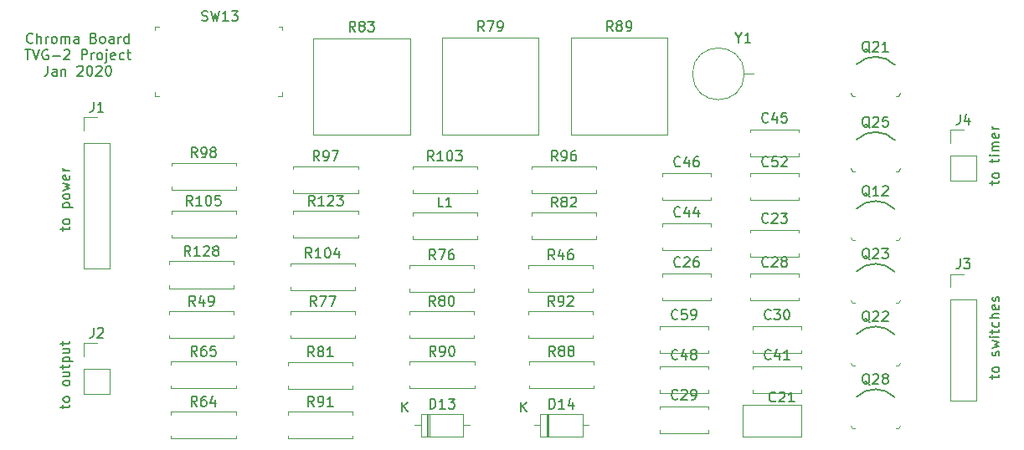
<source format=gbr>
G04 #@! TF.GenerationSoftware,KiCad,Pcbnew,(5.1.5)-3*
G04 #@! TF.CreationDate,2020-01-24T15:28:57-05:00*
G04 #@! TF.ProjectId,chroma,6368726f-6d61-42e6-9b69-6361645f7063,v01*
G04 #@! TF.SameCoordinates,Original*
G04 #@! TF.FileFunction,Legend,Top*
G04 #@! TF.FilePolarity,Positive*
%FSLAX46Y46*%
G04 Gerber Fmt 4.6, Leading zero omitted, Abs format (unit mm)*
G04 Created by KiCad (PCBNEW (5.1.5)-3) date 2020-01-24 15:28:57*
%MOMM*%
%LPD*%
G04 APERTURE LIST*
%ADD10C,0.150000*%
%ADD11C,0.120000*%
%ADD12C,0.100000*%
G04 APERTURE END LIST*
D10*
X-87756428Y-120627142D02*
X-87804047Y-120674761D01*
X-87946904Y-120722380D01*
X-88042142Y-120722380D01*
X-88185000Y-120674761D01*
X-88280238Y-120579523D01*
X-88327857Y-120484285D01*
X-88375476Y-120293809D01*
X-88375476Y-120150952D01*
X-88327857Y-119960476D01*
X-88280238Y-119865238D01*
X-88185000Y-119770000D01*
X-88042142Y-119722380D01*
X-87946904Y-119722380D01*
X-87804047Y-119770000D01*
X-87756428Y-119817619D01*
X-87327857Y-120722380D02*
X-87327857Y-119722380D01*
X-86899285Y-120722380D02*
X-86899285Y-120198571D01*
X-86946904Y-120103333D01*
X-87042142Y-120055714D01*
X-87185000Y-120055714D01*
X-87280238Y-120103333D01*
X-87327857Y-120150952D01*
X-86423095Y-120722380D02*
X-86423095Y-120055714D01*
X-86423095Y-120246190D02*
X-86375476Y-120150952D01*
X-86327857Y-120103333D01*
X-86232619Y-120055714D01*
X-86137380Y-120055714D01*
X-85661190Y-120722380D02*
X-85756428Y-120674761D01*
X-85804047Y-120627142D01*
X-85851666Y-120531904D01*
X-85851666Y-120246190D01*
X-85804047Y-120150952D01*
X-85756428Y-120103333D01*
X-85661190Y-120055714D01*
X-85518333Y-120055714D01*
X-85423095Y-120103333D01*
X-85375476Y-120150952D01*
X-85327857Y-120246190D01*
X-85327857Y-120531904D01*
X-85375476Y-120627142D01*
X-85423095Y-120674761D01*
X-85518333Y-120722380D01*
X-85661190Y-120722380D01*
X-84899285Y-120722380D02*
X-84899285Y-120055714D01*
X-84899285Y-120150952D02*
X-84851666Y-120103333D01*
X-84756428Y-120055714D01*
X-84613571Y-120055714D01*
X-84518333Y-120103333D01*
X-84470714Y-120198571D01*
X-84470714Y-120722380D01*
X-84470714Y-120198571D02*
X-84423095Y-120103333D01*
X-84327857Y-120055714D01*
X-84185000Y-120055714D01*
X-84089761Y-120103333D01*
X-84042142Y-120198571D01*
X-84042142Y-120722380D01*
X-83137380Y-120722380D02*
X-83137380Y-120198571D01*
X-83185000Y-120103333D01*
X-83280238Y-120055714D01*
X-83470714Y-120055714D01*
X-83565952Y-120103333D01*
X-83137380Y-120674761D02*
X-83232619Y-120722380D01*
X-83470714Y-120722380D01*
X-83565952Y-120674761D01*
X-83613571Y-120579523D01*
X-83613571Y-120484285D01*
X-83565952Y-120389047D01*
X-83470714Y-120341428D01*
X-83232619Y-120341428D01*
X-83137380Y-120293809D01*
X-81565952Y-120198571D02*
X-81423095Y-120246190D01*
X-81375476Y-120293809D01*
X-81327857Y-120389047D01*
X-81327857Y-120531904D01*
X-81375476Y-120627142D01*
X-81423095Y-120674761D01*
X-81518333Y-120722380D01*
X-81899285Y-120722380D01*
X-81899285Y-119722380D01*
X-81565952Y-119722380D01*
X-81470714Y-119770000D01*
X-81423095Y-119817619D01*
X-81375476Y-119912857D01*
X-81375476Y-120008095D01*
X-81423095Y-120103333D01*
X-81470714Y-120150952D01*
X-81565952Y-120198571D01*
X-81899285Y-120198571D01*
X-80756428Y-120722380D02*
X-80851666Y-120674761D01*
X-80899285Y-120627142D01*
X-80946904Y-120531904D01*
X-80946904Y-120246190D01*
X-80899285Y-120150952D01*
X-80851666Y-120103333D01*
X-80756428Y-120055714D01*
X-80613571Y-120055714D01*
X-80518333Y-120103333D01*
X-80470714Y-120150952D01*
X-80423095Y-120246190D01*
X-80423095Y-120531904D01*
X-80470714Y-120627142D01*
X-80518333Y-120674761D01*
X-80613571Y-120722380D01*
X-80756428Y-120722380D01*
X-79565952Y-120722380D02*
X-79565952Y-120198571D01*
X-79613571Y-120103333D01*
X-79708809Y-120055714D01*
X-79899285Y-120055714D01*
X-79994523Y-120103333D01*
X-79565952Y-120674761D02*
X-79661190Y-120722380D01*
X-79899285Y-120722380D01*
X-79994523Y-120674761D01*
X-80042142Y-120579523D01*
X-80042142Y-120484285D01*
X-79994523Y-120389047D01*
X-79899285Y-120341428D01*
X-79661190Y-120341428D01*
X-79565952Y-120293809D01*
X-79089761Y-120722380D02*
X-79089761Y-120055714D01*
X-79089761Y-120246190D02*
X-79042142Y-120150952D01*
X-78994523Y-120103333D01*
X-78899285Y-120055714D01*
X-78804047Y-120055714D01*
X-78042142Y-120722380D02*
X-78042142Y-119722380D01*
X-78042142Y-120674761D02*
X-78137380Y-120722380D01*
X-78327857Y-120722380D01*
X-78423095Y-120674761D01*
X-78470714Y-120627142D01*
X-78518333Y-120531904D01*
X-78518333Y-120246190D01*
X-78470714Y-120150952D01*
X-78423095Y-120103333D01*
X-78327857Y-120055714D01*
X-78137380Y-120055714D01*
X-78042142Y-120103333D01*
X-88518333Y-121372380D02*
X-87946904Y-121372380D01*
X-88232619Y-122372380D02*
X-88232619Y-121372380D01*
X-87756428Y-121372380D02*
X-87423095Y-122372380D01*
X-87089761Y-121372380D01*
X-86232619Y-121420000D02*
X-86327857Y-121372380D01*
X-86470714Y-121372380D01*
X-86613571Y-121420000D01*
X-86708809Y-121515238D01*
X-86756428Y-121610476D01*
X-86804047Y-121800952D01*
X-86804047Y-121943809D01*
X-86756428Y-122134285D01*
X-86708809Y-122229523D01*
X-86613571Y-122324761D01*
X-86470714Y-122372380D01*
X-86375476Y-122372380D01*
X-86232619Y-122324761D01*
X-86185000Y-122277142D01*
X-86185000Y-121943809D01*
X-86375476Y-121943809D01*
X-85756428Y-121991428D02*
X-84994523Y-121991428D01*
X-84565952Y-121467619D02*
X-84518333Y-121420000D01*
X-84423095Y-121372380D01*
X-84185000Y-121372380D01*
X-84089761Y-121420000D01*
X-84042142Y-121467619D01*
X-83994523Y-121562857D01*
X-83994523Y-121658095D01*
X-84042142Y-121800952D01*
X-84613571Y-122372380D01*
X-83994523Y-122372380D01*
X-82804047Y-122372380D02*
X-82804047Y-121372380D01*
X-82423095Y-121372380D01*
X-82327857Y-121420000D01*
X-82280238Y-121467619D01*
X-82232619Y-121562857D01*
X-82232619Y-121705714D01*
X-82280238Y-121800952D01*
X-82327857Y-121848571D01*
X-82423095Y-121896190D01*
X-82804047Y-121896190D01*
X-81804047Y-122372380D02*
X-81804047Y-121705714D01*
X-81804047Y-121896190D02*
X-81756428Y-121800952D01*
X-81708809Y-121753333D01*
X-81613571Y-121705714D01*
X-81518333Y-121705714D01*
X-81042142Y-122372380D02*
X-81137380Y-122324761D01*
X-81185000Y-122277142D01*
X-81232619Y-122181904D01*
X-81232619Y-121896190D01*
X-81185000Y-121800952D01*
X-81137380Y-121753333D01*
X-81042142Y-121705714D01*
X-80899285Y-121705714D01*
X-80804047Y-121753333D01*
X-80756428Y-121800952D01*
X-80708809Y-121896190D01*
X-80708809Y-122181904D01*
X-80756428Y-122277142D01*
X-80804047Y-122324761D01*
X-80899285Y-122372380D01*
X-81042142Y-122372380D01*
X-80280238Y-121705714D02*
X-80280238Y-122562857D01*
X-80327857Y-122658095D01*
X-80423095Y-122705714D01*
X-80470714Y-122705714D01*
X-80280238Y-121372380D02*
X-80327857Y-121420000D01*
X-80280238Y-121467619D01*
X-80232619Y-121420000D01*
X-80280238Y-121372380D01*
X-80280238Y-121467619D01*
X-79423095Y-122324761D02*
X-79518333Y-122372380D01*
X-79708809Y-122372380D01*
X-79804047Y-122324761D01*
X-79851666Y-122229523D01*
X-79851666Y-121848571D01*
X-79804047Y-121753333D01*
X-79708809Y-121705714D01*
X-79518333Y-121705714D01*
X-79423095Y-121753333D01*
X-79375476Y-121848571D01*
X-79375476Y-121943809D01*
X-79851666Y-122039047D01*
X-78518333Y-122324761D02*
X-78613571Y-122372380D01*
X-78804047Y-122372380D01*
X-78899285Y-122324761D01*
X-78946904Y-122277142D01*
X-78994523Y-122181904D01*
X-78994523Y-121896190D01*
X-78946904Y-121800952D01*
X-78899285Y-121753333D01*
X-78804047Y-121705714D01*
X-78613571Y-121705714D01*
X-78518333Y-121753333D01*
X-78232619Y-121705714D02*
X-77851666Y-121705714D01*
X-78089761Y-121372380D02*
X-78089761Y-122229523D01*
X-78042142Y-122324761D01*
X-77946904Y-122372380D01*
X-77851666Y-122372380D01*
X-86232619Y-123022380D02*
X-86232619Y-123736666D01*
X-86280238Y-123879523D01*
X-86375476Y-123974761D01*
X-86518333Y-124022380D01*
X-86613571Y-124022380D01*
X-85327857Y-124022380D02*
X-85327857Y-123498571D01*
X-85375476Y-123403333D01*
X-85470714Y-123355714D01*
X-85661190Y-123355714D01*
X-85756428Y-123403333D01*
X-85327857Y-123974761D02*
X-85423095Y-124022380D01*
X-85661190Y-124022380D01*
X-85756428Y-123974761D01*
X-85804047Y-123879523D01*
X-85804047Y-123784285D01*
X-85756428Y-123689047D01*
X-85661190Y-123641428D01*
X-85423095Y-123641428D01*
X-85327857Y-123593809D01*
X-84851666Y-123355714D02*
X-84851666Y-124022380D01*
X-84851666Y-123450952D02*
X-84804047Y-123403333D01*
X-84708809Y-123355714D01*
X-84565952Y-123355714D01*
X-84470714Y-123403333D01*
X-84423095Y-123498571D01*
X-84423095Y-124022380D01*
X-83232619Y-123117619D02*
X-83185000Y-123070000D01*
X-83089761Y-123022380D01*
X-82851666Y-123022380D01*
X-82756428Y-123070000D01*
X-82708809Y-123117619D01*
X-82661190Y-123212857D01*
X-82661190Y-123308095D01*
X-82708809Y-123450952D01*
X-83280238Y-124022380D01*
X-82661190Y-124022380D01*
X-82042142Y-123022380D02*
X-81946904Y-123022380D01*
X-81851666Y-123070000D01*
X-81804047Y-123117619D01*
X-81756428Y-123212857D01*
X-81708809Y-123403333D01*
X-81708809Y-123641428D01*
X-81756428Y-123831904D01*
X-81804047Y-123927142D01*
X-81851666Y-123974761D01*
X-81946904Y-124022380D01*
X-82042142Y-124022380D01*
X-82137380Y-123974761D01*
X-82185000Y-123927142D01*
X-82232619Y-123831904D01*
X-82280238Y-123641428D01*
X-82280238Y-123403333D01*
X-82232619Y-123212857D01*
X-82185000Y-123117619D01*
X-82137380Y-123070000D01*
X-82042142Y-123022380D01*
X-81327857Y-123117619D02*
X-81280238Y-123070000D01*
X-81185000Y-123022380D01*
X-80946904Y-123022380D01*
X-80851666Y-123070000D01*
X-80804047Y-123117619D01*
X-80756428Y-123212857D01*
X-80756428Y-123308095D01*
X-80804047Y-123450952D01*
X-81375476Y-124022380D01*
X-80756428Y-124022380D01*
X-80137380Y-123022380D02*
X-80042142Y-123022380D01*
X-79946904Y-123070000D01*
X-79899285Y-123117619D01*
X-79851666Y-123212857D01*
X-79804047Y-123403333D01*
X-79804047Y-123641428D01*
X-79851666Y-123831904D01*
X-79899285Y-123927142D01*
X-79946904Y-123974761D01*
X-80042142Y-124022380D01*
X-80137380Y-124022380D01*
X-80232619Y-123974761D01*
X-80280238Y-123927142D01*
X-80327857Y-123831904D01*
X-80375476Y-123641428D01*
X-80375476Y-123403333D01*
X-80327857Y-123212857D01*
X-80280238Y-123117619D01*
X-80232619Y-123070000D01*
X-80137380Y-123022380D01*
X9310714Y-154685476D02*
X9310714Y-154304523D01*
X8977380Y-154542619D02*
X9834523Y-154542619D01*
X9929761Y-154495000D01*
X9977380Y-154399761D01*
X9977380Y-154304523D01*
X9977380Y-153828333D02*
X9929761Y-153923571D01*
X9882142Y-153971190D01*
X9786904Y-154018809D01*
X9501190Y-154018809D01*
X9405952Y-153971190D01*
X9358333Y-153923571D01*
X9310714Y-153828333D01*
X9310714Y-153685476D01*
X9358333Y-153590238D01*
X9405952Y-153542619D01*
X9501190Y-153495000D01*
X9786904Y-153495000D01*
X9882142Y-153542619D01*
X9929761Y-153590238D01*
X9977380Y-153685476D01*
X9977380Y-153828333D01*
X9929761Y-152352142D02*
X9977380Y-152256904D01*
X9977380Y-152066428D01*
X9929761Y-151971190D01*
X9834523Y-151923571D01*
X9786904Y-151923571D01*
X9691666Y-151971190D01*
X9644047Y-152066428D01*
X9644047Y-152209285D01*
X9596428Y-152304523D01*
X9501190Y-152352142D01*
X9453571Y-152352142D01*
X9358333Y-152304523D01*
X9310714Y-152209285D01*
X9310714Y-152066428D01*
X9358333Y-151971190D01*
X9310714Y-151590238D02*
X9977380Y-151399761D01*
X9501190Y-151209285D01*
X9977380Y-151018809D01*
X9310714Y-150828333D01*
X9977380Y-150447380D02*
X9310714Y-150447380D01*
X8977380Y-150447380D02*
X9025000Y-150495000D01*
X9072619Y-150447380D01*
X9025000Y-150399761D01*
X8977380Y-150447380D01*
X9072619Y-150447380D01*
X9310714Y-150114047D02*
X9310714Y-149733095D01*
X8977380Y-149971190D02*
X9834523Y-149971190D01*
X9929761Y-149923571D01*
X9977380Y-149828333D01*
X9977380Y-149733095D01*
X9929761Y-148971190D02*
X9977380Y-149066428D01*
X9977380Y-149256904D01*
X9929761Y-149352142D01*
X9882142Y-149399761D01*
X9786904Y-149447380D01*
X9501190Y-149447380D01*
X9405952Y-149399761D01*
X9358333Y-149352142D01*
X9310714Y-149256904D01*
X9310714Y-149066428D01*
X9358333Y-148971190D01*
X9977380Y-148542619D02*
X8977380Y-148542619D01*
X9977380Y-148114047D02*
X9453571Y-148114047D01*
X9358333Y-148161666D01*
X9310714Y-148256904D01*
X9310714Y-148399761D01*
X9358333Y-148495000D01*
X9405952Y-148542619D01*
X9929761Y-147256904D02*
X9977380Y-147352142D01*
X9977380Y-147542619D01*
X9929761Y-147637857D01*
X9834523Y-147685476D01*
X9453571Y-147685476D01*
X9358333Y-147637857D01*
X9310714Y-147542619D01*
X9310714Y-147352142D01*
X9358333Y-147256904D01*
X9453571Y-147209285D01*
X9548809Y-147209285D01*
X9644047Y-147685476D01*
X9929761Y-146828333D02*
X9977380Y-146733095D01*
X9977380Y-146542619D01*
X9929761Y-146447380D01*
X9834523Y-146399761D01*
X9786904Y-146399761D01*
X9691666Y-146447380D01*
X9644047Y-146542619D01*
X9644047Y-146685476D01*
X9596428Y-146780714D01*
X9501190Y-146828333D01*
X9453571Y-146828333D01*
X9358333Y-146780714D01*
X9310714Y-146685476D01*
X9310714Y-146542619D01*
X9358333Y-146447380D01*
X9310714Y-135032380D02*
X9310714Y-134651428D01*
X8977380Y-134889523D02*
X9834523Y-134889523D01*
X9929761Y-134841904D01*
X9977380Y-134746666D01*
X9977380Y-134651428D01*
X9977380Y-134175238D02*
X9929761Y-134270476D01*
X9882142Y-134318095D01*
X9786904Y-134365714D01*
X9501190Y-134365714D01*
X9405952Y-134318095D01*
X9358333Y-134270476D01*
X9310714Y-134175238D01*
X9310714Y-134032380D01*
X9358333Y-133937142D01*
X9405952Y-133889523D01*
X9501190Y-133841904D01*
X9786904Y-133841904D01*
X9882142Y-133889523D01*
X9929761Y-133937142D01*
X9977380Y-134032380D01*
X9977380Y-134175238D01*
X9310714Y-132794285D02*
X9310714Y-132413333D01*
X8977380Y-132651428D02*
X9834523Y-132651428D01*
X9929761Y-132603809D01*
X9977380Y-132508571D01*
X9977380Y-132413333D01*
X9977380Y-132080000D02*
X9310714Y-132080000D01*
X8977380Y-132080000D02*
X9025000Y-132127619D01*
X9072619Y-132080000D01*
X9025000Y-132032380D01*
X8977380Y-132080000D01*
X9072619Y-132080000D01*
X9977380Y-131603809D02*
X9310714Y-131603809D01*
X9405952Y-131603809D02*
X9358333Y-131556190D01*
X9310714Y-131460952D01*
X9310714Y-131318095D01*
X9358333Y-131222857D01*
X9453571Y-131175238D01*
X9977380Y-131175238D01*
X9453571Y-131175238D02*
X9358333Y-131127619D01*
X9310714Y-131032380D01*
X9310714Y-130889523D01*
X9358333Y-130794285D01*
X9453571Y-130746666D01*
X9977380Y-130746666D01*
X9929761Y-129889523D02*
X9977380Y-129984761D01*
X9977380Y-130175238D01*
X9929761Y-130270476D01*
X9834523Y-130318095D01*
X9453571Y-130318095D01*
X9358333Y-130270476D01*
X9310714Y-130175238D01*
X9310714Y-129984761D01*
X9358333Y-129889523D01*
X9453571Y-129841904D01*
X9548809Y-129841904D01*
X9644047Y-130318095D01*
X9977380Y-129413333D02*
X9310714Y-129413333D01*
X9501190Y-129413333D02*
X9405952Y-129365714D01*
X9358333Y-129318095D01*
X9310714Y-129222857D01*
X9310714Y-129127619D01*
X-84669285Y-157709761D02*
X-84669285Y-157328809D01*
X-85002619Y-157566904D02*
X-84145476Y-157566904D01*
X-84050238Y-157519285D01*
X-84002619Y-157424047D01*
X-84002619Y-157328809D01*
X-84002619Y-156852619D02*
X-84050238Y-156947857D01*
X-84097857Y-156995476D01*
X-84193095Y-157043095D01*
X-84478809Y-157043095D01*
X-84574047Y-156995476D01*
X-84621666Y-156947857D01*
X-84669285Y-156852619D01*
X-84669285Y-156709761D01*
X-84621666Y-156614523D01*
X-84574047Y-156566904D01*
X-84478809Y-156519285D01*
X-84193095Y-156519285D01*
X-84097857Y-156566904D01*
X-84050238Y-156614523D01*
X-84002619Y-156709761D01*
X-84002619Y-156852619D01*
X-84002619Y-155185952D02*
X-84050238Y-155281190D01*
X-84097857Y-155328809D01*
X-84193095Y-155376428D01*
X-84478809Y-155376428D01*
X-84574047Y-155328809D01*
X-84621666Y-155281190D01*
X-84669285Y-155185952D01*
X-84669285Y-155043095D01*
X-84621666Y-154947857D01*
X-84574047Y-154900238D01*
X-84478809Y-154852619D01*
X-84193095Y-154852619D01*
X-84097857Y-154900238D01*
X-84050238Y-154947857D01*
X-84002619Y-155043095D01*
X-84002619Y-155185952D01*
X-84669285Y-153995476D02*
X-84002619Y-153995476D01*
X-84669285Y-154424047D02*
X-84145476Y-154424047D01*
X-84050238Y-154376428D01*
X-84002619Y-154281190D01*
X-84002619Y-154138333D01*
X-84050238Y-154043095D01*
X-84097857Y-153995476D01*
X-84669285Y-153662142D02*
X-84669285Y-153281190D01*
X-85002619Y-153519285D02*
X-84145476Y-153519285D01*
X-84050238Y-153471666D01*
X-84002619Y-153376428D01*
X-84002619Y-153281190D01*
X-84669285Y-152947857D02*
X-83669285Y-152947857D01*
X-84621666Y-152947857D02*
X-84669285Y-152852619D01*
X-84669285Y-152662142D01*
X-84621666Y-152566904D01*
X-84574047Y-152519285D01*
X-84478809Y-152471666D01*
X-84193095Y-152471666D01*
X-84097857Y-152519285D01*
X-84050238Y-152566904D01*
X-84002619Y-152662142D01*
X-84002619Y-152852619D01*
X-84050238Y-152947857D01*
X-84669285Y-151614523D02*
X-84002619Y-151614523D01*
X-84669285Y-152043095D02*
X-84145476Y-152043095D01*
X-84050238Y-151995476D01*
X-84002619Y-151900238D01*
X-84002619Y-151757380D01*
X-84050238Y-151662142D01*
X-84097857Y-151614523D01*
X-84669285Y-151281190D02*
X-84669285Y-150900238D01*
X-85002619Y-151138333D02*
X-84145476Y-151138333D01*
X-84050238Y-151090714D01*
X-84002619Y-150995476D01*
X-84002619Y-150900238D01*
X-84669285Y-139715476D02*
X-84669285Y-139334523D01*
X-85002619Y-139572619D02*
X-84145476Y-139572619D01*
X-84050238Y-139525000D01*
X-84002619Y-139429761D01*
X-84002619Y-139334523D01*
X-84002619Y-138858333D02*
X-84050238Y-138953571D01*
X-84097857Y-139001190D01*
X-84193095Y-139048809D01*
X-84478809Y-139048809D01*
X-84574047Y-139001190D01*
X-84621666Y-138953571D01*
X-84669285Y-138858333D01*
X-84669285Y-138715476D01*
X-84621666Y-138620238D01*
X-84574047Y-138572619D01*
X-84478809Y-138525000D01*
X-84193095Y-138525000D01*
X-84097857Y-138572619D01*
X-84050238Y-138620238D01*
X-84002619Y-138715476D01*
X-84002619Y-138858333D01*
X-84669285Y-137334523D02*
X-83669285Y-137334523D01*
X-84621666Y-137334523D02*
X-84669285Y-137239285D01*
X-84669285Y-137048809D01*
X-84621666Y-136953571D01*
X-84574047Y-136905952D01*
X-84478809Y-136858333D01*
X-84193095Y-136858333D01*
X-84097857Y-136905952D01*
X-84050238Y-136953571D01*
X-84002619Y-137048809D01*
X-84002619Y-137239285D01*
X-84050238Y-137334523D01*
X-84002619Y-136286904D02*
X-84050238Y-136382142D01*
X-84097857Y-136429761D01*
X-84193095Y-136477380D01*
X-84478809Y-136477380D01*
X-84574047Y-136429761D01*
X-84621666Y-136382142D01*
X-84669285Y-136286904D01*
X-84669285Y-136144047D01*
X-84621666Y-136048809D01*
X-84574047Y-136001190D01*
X-84478809Y-135953571D01*
X-84193095Y-135953571D01*
X-84097857Y-136001190D01*
X-84050238Y-136048809D01*
X-84002619Y-136144047D01*
X-84002619Y-136286904D01*
X-84669285Y-135620238D02*
X-84002619Y-135429761D01*
X-84478809Y-135239285D01*
X-84002619Y-135048809D01*
X-84669285Y-134858333D01*
X-84050238Y-134096428D02*
X-84002619Y-134191666D01*
X-84002619Y-134382142D01*
X-84050238Y-134477380D01*
X-84145476Y-134525000D01*
X-84526428Y-134525000D01*
X-84621666Y-134477380D01*
X-84669285Y-134382142D01*
X-84669285Y-134191666D01*
X-84621666Y-134096428D01*
X-84526428Y-134048809D01*
X-84431190Y-134048809D01*
X-84335952Y-134525000D01*
X-84002619Y-133620238D02*
X-84669285Y-133620238D01*
X-84478809Y-133620238D02*
X-84574047Y-133572619D01*
X-84621666Y-133525000D01*
X-84669285Y-133429761D01*
X-84669285Y-133334523D01*
D11*
X-9995000Y-157370000D02*
X-9995000Y-160570000D01*
X-9995000Y-157370000D02*
X-15995000Y-157370000D01*
X-15995000Y-157370000D02*
X-15995000Y-160570000D01*
X-15995000Y-160570000D02*
X-9995000Y-160570000D01*
X-10270000Y-142025000D02*
X-10270000Y-142340000D01*
X-10270000Y-139600000D02*
X-10270000Y-139915000D01*
X-15210000Y-142025000D02*
X-15210000Y-142340000D01*
X-15210000Y-139600000D02*
X-15210000Y-139915000D01*
X-15210000Y-142340000D02*
X-10270000Y-142340000D01*
X-15210000Y-139600000D02*
X-10270000Y-139600000D01*
X-19160000Y-146470000D02*
X-19160000Y-146785000D01*
X-19160000Y-144045000D02*
X-19160000Y-144360000D01*
X-24100000Y-146470000D02*
X-24100000Y-146785000D01*
X-24100000Y-144045000D02*
X-24100000Y-144360000D01*
X-24100000Y-146785000D02*
X-19160000Y-146785000D01*
X-24100000Y-144045000D02*
X-19160000Y-144045000D01*
X-15210000Y-144045000D02*
X-10270000Y-144045000D01*
X-15210000Y-146785000D02*
X-10270000Y-146785000D01*
X-15210000Y-144045000D02*
X-15210000Y-144360000D01*
X-15210000Y-146470000D02*
X-15210000Y-146785000D01*
X-10270000Y-144045000D02*
X-10270000Y-144360000D01*
X-10270000Y-146470000D02*
X-10270000Y-146785000D01*
X-19430000Y-159890000D02*
X-19430000Y-160205000D01*
X-19430000Y-157465000D02*
X-19430000Y-157780000D01*
X-24370000Y-159890000D02*
X-24370000Y-160205000D01*
X-24370000Y-157465000D02*
X-24370000Y-157780000D01*
X-24370000Y-160205000D02*
X-19430000Y-160205000D01*
X-24370000Y-157465000D02*
X-19430000Y-157465000D01*
X-10010000Y-151790000D02*
X-10010000Y-152105000D01*
X-10010000Y-149365000D02*
X-10010000Y-149680000D01*
X-14950000Y-151790000D02*
X-14950000Y-152105000D01*
X-14950000Y-149365000D02*
X-14950000Y-149680000D01*
X-14950000Y-152105000D02*
X-10010000Y-152105000D01*
X-14950000Y-149365000D02*
X-10010000Y-149365000D01*
X-14950000Y-153415000D02*
X-10010000Y-153415000D01*
X-14950000Y-156155000D02*
X-10010000Y-156155000D01*
X-14950000Y-153415000D02*
X-14950000Y-153730000D01*
X-14950000Y-155840000D02*
X-14950000Y-156155000D01*
X-10010000Y-153415000D02*
X-10010000Y-153730000D01*
X-10010000Y-155840000D02*
X-10010000Y-156155000D01*
X-24100000Y-138965000D02*
X-19160000Y-138965000D01*
X-24100000Y-141705000D02*
X-19160000Y-141705000D01*
X-24100000Y-138965000D02*
X-24100000Y-139280000D01*
X-24100000Y-141390000D02*
X-24100000Y-141705000D01*
X-19160000Y-138965000D02*
X-19160000Y-139280000D01*
X-19160000Y-141390000D02*
X-19160000Y-141705000D01*
X-10270000Y-131865000D02*
X-10270000Y-132180000D01*
X-10270000Y-129440000D02*
X-10270000Y-129755000D01*
X-15210000Y-131865000D02*
X-15210000Y-132180000D01*
X-15210000Y-129440000D02*
X-15210000Y-129755000D01*
X-15210000Y-132180000D02*
X-10270000Y-132180000D01*
X-15210000Y-129440000D02*
X-10270000Y-129440000D01*
X-19160000Y-136310000D02*
X-19160000Y-136625000D01*
X-19160000Y-133885000D02*
X-19160000Y-134200000D01*
X-24100000Y-136310000D02*
X-24100000Y-136625000D01*
X-24100000Y-133885000D02*
X-24100000Y-134200000D01*
X-24100000Y-136625000D02*
X-19160000Y-136625000D01*
X-24100000Y-133885000D02*
X-19160000Y-133885000D01*
X-24370000Y-153415000D02*
X-19430000Y-153415000D01*
X-24370000Y-156155000D02*
X-19430000Y-156155000D01*
X-24370000Y-153415000D02*
X-24370000Y-153730000D01*
X-24370000Y-155840000D02*
X-24370000Y-156155000D01*
X-19430000Y-153415000D02*
X-19430000Y-153730000D01*
X-19430000Y-155840000D02*
X-19430000Y-156155000D01*
X-15210000Y-133885000D02*
X-10270000Y-133885000D01*
X-15210000Y-136625000D02*
X-10270000Y-136625000D01*
X-15210000Y-133885000D02*
X-15210000Y-134200000D01*
X-15210000Y-136310000D02*
X-15210000Y-136625000D01*
X-10270000Y-133885000D02*
X-10270000Y-134200000D01*
X-10270000Y-136310000D02*
X-10270000Y-136625000D01*
X-24370000Y-149365000D02*
X-19430000Y-149365000D01*
X-24370000Y-152105000D02*
X-19430000Y-152105000D01*
X-24370000Y-149365000D02*
X-24370000Y-149680000D01*
X-24370000Y-151790000D02*
X-24370000Y-152105000D01*
X-19430000Y-149365000D02*
X-19430000Y-149680000D01*
X-19430000Y-151790000D02*
X-19430000Y-152105000D01*
X-47875000Y-158265000D02*
X-47875000Y-160505000D01*
X-47635000Y-158265000D02*
X-47635000Y-160505000D01*
X-47755000Y-158265000D02*
X-47755000Y-160505000D01*
X-43585000Y-159385000D02*
X-44235000Y-159385000D01*
X-49125000Y-159385000D02*
X-48475000Y-159385000D01*
X-44235000Y-158265000D02*
X-48475000Y-158265000D01*
X-44235000Y-160505000D02*
X-44235000Y-158265000D01*
X-48475000Y-160505000D02*
X-44235000Y-160505000D01*
X-48475000Y-158265000D02*
X-48475000Y-160505000D01*
X-36410000Y-158265000D02*
X-36410000Y-160505000D01*
X-36410000Y-160505000D02*
X-32170000Y-160505000D01*
X-32170000Y-160505000D02*
X-32170000Y-158265000D01*
X-32170000Y-158265000D02*
X-36410000Y-158265000D01*
X-37060000Y-159385000D02*
X-36410000Y-159385000D01*
X-31520000Y-159385000D02*
X-32170000Y-159385000D01*
X-35690000Y-158265000D02*
X-35690000Y-160505000D01*
X-35570000Y-158265000D02*
X-35570000Y-160505000D01*
X-35810000Y-158265000D02*
X-35810000Y-160505000D01*
X-82610000Y-143570000D02*
X-79950000Y-143570000D01*
X-82610000Y-130810000D02*
X-82610000Y-143570000D01*
X-79950000Y-130810000D02*
X-79950000Y-143570000D01*
X-82610000Y-130810000D02*
X-79950000Y-130810000D01*
X-82610000Y-129540000D02*
X-82610000Y-128210000D01*
X-82610000Y-128210000D02*
X-81280000Y-128210000D01*
X-82610000Y-156270000D02*
X-79950000Y-156270000D01*
X-82610000Y-153670000D02*
X-82610000Y-156270000D01*
X-79950000Y-153670000D02*
X-79950000Y-156270000D01*
X-82610000Y-153670000D02*
X-79950000Y-153670000D01*
X-82610000Y-152400000D02*
X-82610000Y-151070000D01*
X-82610000Y-151070000D02*
X-81280000Y-151070000D01*
X5020000Y-156905000D02*
X7680000Y-156905000D01*
X5020000Y-146685000D02*
X5020000Y-156905000D01*
X7680000Y-146685000D02*
X7680000Y-156905000D01*
X5020000Y-146685000D02*
X7680000Y-146685000D01*
X5020000Y-145415000D02*
X5020000Y-144085000D01*
X5020000Y-144085000D02*
X6350000Y-144085000D01*
X5020000Y-129480000D02*
X6350000Y-129480000D01*
X5020000Y-130810000D02*
X5020000Y-129480000D01*
X5020000Y-132080000D02*
X7680000Y-132080000D01*
X7680000Y-132080000D02*
X7680000Y-134680000D01*
X5020000Y-132080000D02*
X5020000Y-134680000D01*
X5020000Y-134680000D02*
X7680000Y-134680000D01*
X-42815000Y-140590000D02*
X-42815000Y-140260000D01*
X-49355000Y-140590000D02*
X-42815000Y-140590000D01*
X-49355000Y-140260000D02*
X-49355000Y-140590000D01*
X-42815000Y-137850000D02*
X-42815000Y-138180000D01*
X-49355000Y-137850000D02*
X-42815000Y-137850000D01*
X-49355000Y-138180000D02*
X-49355000Y-137850000D01*
D12*
X-4890000Y-140665000D02*
X-5040000Y-140365000D01*
X-4590000Y-140665000D02*
X-4890000Y-140665000D01*
X-190000Y-140665000D02*
X-490000Y-140665000D01*
X-190000Y-140665000D02*
X-40000Y-140365000D01*
D10*
X-590000Y-137515000D02*
G75*
G03X-4440000Y-137465000I-1950000J-1900000D01*
G01*
D12*
X-4890000Y-126060000D02*
X-5040000Y-125760000D01*
X-4590000Y-126060000D02*
X-4890000Y-126060000D01*
X-190000Y-126060000D02*
X-490000Y-126060000D01*
X-190000Y-126060000D02*
X-40000Y-125760000D01*
D10*
X-590000Y-122910000D02*
G75*
G03X-4440000Y-122860000I-1950000J-1900000D01*
G01*
X-590000Y-150215000D02*
G75*
G03X-4440000Y-150165000I-1950000J-1900000D01*
G01*
D12*
X-190000Y-153365000D02*
X-40000Y-153065000D01*
X-190000Y-153365000D02*
X-490000Y-153365000D01*
X-4590000Y-153365000D02*
X-4890000Y-153365000D01*
X-4890000Y-153365000D02*
X-5040000Y-153065000D01*
D10*
X-590000Y-143865000D02*
G75*
G03X-4440000Y-143815000I-1950000J-1900000D01*
G01*
D12*
X-190000Y-147015000D02*
X-40000Y-146715000D01*
X-190000Y-147015000D02*
X-490000Y-147015000D01*
X-4590000Y-147015000D02*
X-4890000Y-147015000D01*
X-4890000Y-147015000D02*
X-5040000Y-146715000D01*
X-4890000Y-133680000D02*
X-5040000Y-133380000D01*
X-4590000Y-133680000D02*
X-4890000Y-133680000D01*
X-190000Y-133680000D02*
X-490000Y-133680000D01*
X-190000Y-133680000D02*
X-40000Y-133380000D01*
D10*
X-590000Y-130530000D02*
G75*
G03X-4440000Y-130480000I-1950000J-1900000D01*
G01*
X-590000Y-156565000D02*
G75*
G03X-4440000Y-156515000I-1950000J-1900000D01*
G01*
D12*
X-190000Y-159715000D02*
X-40000Y-159415000D01*
X-190000Y-159715000D02*
X-490000Y-159715000D01*
X-4590000Y-159715000D02*
X-4890000Y-159715000D01*
X-4890000Y-159715000D02*
X-5040000Y-159415000D01*
D11*
X-37625000Y-143500000D02*
X-37625000Y-143170000D01*
X-37625000Y-143170000D02*
X-31085000Y-143170000D01*
X-31085000Y-143170000D02*
X-31085000Y-143500000D01*
X-37625000Y-145580000D02*
X-37625000Y-145910000D01*
X-37625000Y-145910000D02*
X-31085000Y-145910000D01*
X-31085000Y-145910000D02*
X-31085000Y-145580000D01*
X-67410000Y-150595000D02*
X-67410000Y-150265000D01*
X-73950000Y-150595000D02*
X-67410000Y-150595000D01*
X-73950000Y-150265000D02*
X-73950000Y-150595000D01*
X-67410000Y-147855000D02*
X-67410000Y-148185000D01*
X-73950000Y-147855000D02*
X-67410000Y-147855000D01*
X-73950000Y-148185000D02*
X-73950000Y-147855000D01*
X-73755000Y-158345000D02*
X-73755000Y-158015000D01*
X-73755000Y-158015000D02*
X-67215000Y-158015000D01*
X-67215000Y-158015000D02*
X-67215000Y-158345000D01*
X-73755000Y-160425000D02*
X-73755000Y-160755000D01*
X-73755000Y-160755000D02*
X-67215000Y-160755000D01*
X-67215000Y-160755000D02*
X-67215000Y-160425000D01*
X-67215000Y-155675000D02*
X-67215000Y-155345000D01*
X-73755000Y-155675000D02*
X-67215000Y-155675000D01*
X-73755000Y-155345000D02*
X-73755000Y-155675000D01*
X-67215000Y-152935000D02*
X-67215000Y-153265000D01*
X-73755000Y-152935000D02*
X-67215000Y-152935000D01*
X-73755000Y-153265000D02*
X-73755000Y-152935000D01*
X-43125000Y-145910000D02*
X-43125000Y-145580000D01*
X-49665000Y-145910000D02*
X-43125000Y-145910000D01*
X-49665000Y-145580000D02*
X-49665000Y-145910000D01*
X-43125000Y-143170000D02*
X-43125000Y-143500000D01*
X-49665000Y-143170000D02*
X-43125000Y-143170000D01*
X-49665000Y-143500000D02*
X-49665000Y-143170000D01*
X-61705000Y-148185000D02*
X-61705000Y-147855000D01*
X-61705000Y-147855000D02*
X-55165000Y-147855000D01*
X-55165000Y-147855000D02*
X-55165000Y-148185000D01*
X-61705000Y-150265000D02*
X-61705000Y-150595000D01*
X-61705000Y-150595000D02*
X-55165000Y-150595000D01*
X-55165000Y-150595000D02*
X-55165000Y-150265000D01*
X-36580000Y-120175000D02*
X-36580000Y-129945000D01*
X-46350000Y-120175000D02*
X-46350000Y-129945000D01*
X-46350000Y-129945000D02*
X-36580000Y-129945000D01*
X-46350000Y-120175000D02*
X-36580000Y-120175000D01*
X-49665000Y-148185000D02*
X-49665000Y-147855000D01*
X-49665000Y-147855000D02*
X-43125000Y-147855000D01*
X-43125000Y-147855000D02*
X-43125000Y-148185000D01*
X-49665000Y-150265000D02*
X-49665000Y-150595000D01*
X-49665000Y-150595000D02*
X-43125000Y-150595000D01*
X-43125000Y-150595000D02*
X-43125000Y-150265000D01*
X-55395000Y-155730000D02*
X-55395000Y-155400000D01*
X-61935000Y-155730000D02*
X-55395000Y-155730000D01*
X-61935000Y-155400000D02*
X-61935000Y-155730000D01*
X-55395000Y-152990000D02*
X-55395000Y-153320000D01*
X-61935000Y-152990000D02*
X-55395000Y-152990000D01*
X-61935000Y-153320000D02*
X-61935000Y-152990000D01*
X-37315000Y-138180000D02*
X-37315000Y-137850000D01*
X-37315000Y-137850000D02*
X-30775000Y-137850000D01*
X-30775000Y-137850000D02*
X-30775000Y-138180000D01*
X-37315000Y-140260000D02*
X-37315000Y-140590000D01*
X-37315000Y-140590000D02*
X-30775000Y-140590000D01*
X-30775000Y-140590000D02*
X-30775000Y-140260000D01*
X-59380000Y-120210000D02*
X-49610000Y-120210000D01*
X-59380000Y-129980000D02*
X-49610000Y-129980000D01*
X-59380000Y-120210000D02*
X-59380000Y-129980000D01*
X-49610000Y-120210000D02*
X-49610000Y-129980000D01*
X-31020000Y-155675000D02*
X-31020000Y-155345000D01*
X-37560000Y-155675000D02*
X-31020000Y-155675000D01*
X-37560000Y-155345000D02*
X-37560000Y-155675000D01*
X-31020000Y-152935000D02*
X-31020000Y-153265000D01*
X-37560000Y-152935000D02*
X-31020000Y-152935000D01*
X-37560000Y-153265000D02*
X-37560000Y-152935000D01*
X-33345000Y-120175000D02*
X-23575000Y-120175000D01*
X-33345000Y-129945000D02*
X-23575000Y-129945000D01*
X-33345000Y-120175000D02*
X-33345000Y-129945000D01*
X-23575000Y-120175000D02*
X-23575000Y-129945000D01*
X-43085000Y-155675000D02*
X-43085000Y-155345000D01*
X-49625000Y-155675000D02*
X-43085000Y-155675000D01*
X-49625000Y-155345000D02*
X-49625000Y-155675000D01*
X-43085000Y-152935000D02*
X-43085000Y-153265000D01*
X-49625000Y-152935000D02*
X-43085000Y-152935000D01*
X-49625000Y-153265000D02*
X-49625000Y-152935000D01*
X-61935000Y-158345000D02*
X-61935000Y-158015000D01*
X-61935000Y-158015000D02*
X-55395000Y-158015000D01*
X-55395000Y-158015000D02*
X-55395000Y-158345000D01*
X-61935000Y-160425000D02*
X-61935000Y-160755000D01*
X-61935000Y-160755000D02*
X-55395000Y-160755000D01*
X-55395000Y-160755000D02*
X-55395000Y-160425000D01*
X-31085000Y-150595000D02*
X-31085000Y-150265000D01*
X-37625000Y-150595000D02*
X-31085000Y-150595000D01*
X-37625000Y-150265000D02*
X-37625000Y-150595000D01*
X-31085000Y-147855000D02*
X-31085000Y-148185000D01*
X-37625000Y-147855000D02*
X-31085000Y-147855000D01*
X-37625000Y-148185000D02*
X-37625000Y-147855000D01*
X-37315000Y-133495000D02*
X-37315000Y-133165000D01*
X-37315000Y-133165000D02*
X-30775000Y-133165000D01*
X-30775000Y-133165000D02*
X-30775000Y-133495000D01*
X-37315000Y-135575000D02*
X-37315000Y-135905000D01*
X-37315000Y-135905000D02*
X-30775000Y-135905000D01*
X-30775000Y-135905000D02*
X-30775000Y-135575000D01*
X-61395000Y-133495000D02*
X-61395000Y-133165000D01*
X-61395000Y-133165000D02*
X-54855000Y-133165000D01*
X-54855000Y-133165000D02*
X-54855000Y-133495000D01*
X-61395000Y-135575000D02*
X-61395000Y-135905000D01*
X-61395000Y-135905000D02*
X-54855000Y-135905000D01*
X-54855000Y-135905000D02*
X-54855000Y-135575000D01*
X-67205000Y-135565000D02*
X-67205000Y-135235000D01*
X-73745000Y-135565000D02*
X-67205000Y-135565000D01*
X-73745000Y-135235000D02*
X-73745000Y-135565000D01*
X-67205000Y-132825000D02*
X-67205000Y-133155000D01*
X-73745000Y-132825000D02*
X-67205000Y-132825000D01*
X-73745000Y-133155000D02*
X-73745000Y-132825000D01*
X-42815000Y-135905000D02*
X-42815000Y-135575000D01*
X-49355000Y-135905000D02*
X-42815000Y-135905000D01*
X-49355000Y-135575000D02*
X-49355000Y-135905000D01*
X-42815000Y-133165000D02*
X-42815000Y-133495000D01*
X-49355000Y-133165000D02*
X-42815000Y-133165000D01*
X-49355000Y-133495000D02*
X-49355000Y-133165000D01*
X-55165000Y-145725000D02*
X-55165000Y-145395000D01*
X-61705000Y-145725000D02*
X-55165000Y-145725000D01*
X-61705000Y-145395000D02*
X-61705000Y-145725000D01*
X-55165000Y-142985000D02*
X-55165000Y-143315000D01*
X-61705000Y-142985000D02*
X-55165000Y-142985000D01*
X-61705000Y-143315000D02*
X-61705000Y-142985000D01*
X-73745000Y-138025000D02*
X-73745000Y-137695000D01*
X-73745000Y-137695000D02*
X-67205000Y-137695000D01*
X-67205000Y-137695000D02*
X-67205000Y-138025000D01*
X-73745000Y-140105000D02*
X-73745000Y-140435000D01*
X-73745000Y-140435000D02*
X-67205000Y-140435000D01*
X-67205000Y-140435000D02*
X-67205000Y-140105000D01*
X-61395000Y-138025000D02*
X-61395000Y-137695000D01*
X-61395000Y-137695000D02*
X-54855000Y-137695000D01*
X-54855000Y-137695000D02*
X-54855000Y-138025000D01*
X-61395000Y-140105000D02*
X-61395000Y-140435000D01*
X-61395000Y-140435000D02*
X-54855000Y-140435000D01*
X-54855000Y-140435000D02*
X-54855000Y-140105000D01*
X-73950000Y-143125000D02*
X-73950000Y-142795000D01*
X-73950000Y-142795000D02*
X-67410000Y-142795000D01*
X-67410000Y-142795000D02*
X-67410000Y-143125000D01*
X-73950000Y-145205000D02*
X-73950000Y-145535000D01*
X-73950000Y-145535000D02*
X-67410000Y-145535000D01*
X-67410000Y-145535000D02*
X-67410000Y-145205000D01*
D12*
X-62510000Y-126080000D02*
X-62510000Y-125655000D01*
X-62535000Y-126080000D02*
X-62985000Y-126080000D01*
X-75410000Y-126080000D02*
X-74960000Y-126080000D01*
X-75410000Y-126080000D02*
X-75410000Y-125655000D01*
X-75410000Y-119030000D02*
X-75410000Y-119405000D01*
X-75410000Y-119030000D02*
X-75010000Y-119030000D01*
X-62885000Y-119030000D02*
X-62510000Y-119030000D01*
X-62510000Y-119030000D02*
X-62510000Y-119380000D01*
D11*
X-15795000Y-123825000D02*
G75*
G03X-15795000Y-123825000I-2620000J0D01*
G01*
X-15795000Y-123825000D02*
X-14835000Y-123825000D01*
D10*
X-12637857Y-156927142D02*
X-12685476Y-156974761D01*
X-12828333Y-157022380D01*
X-12923571Y-157022380D01*
X-13066428Y-156974761D01*
X-13161666Y-156879523D01*
X-13209285Y-156784285D01*
X-13256904Y-156593809D01*
X-13256904Y-156450952D01*
X-13209285Y-156260476D01*
X-13161666Y-156165238D01*
X-13066428Y-156070000D01*
X-12923571Y-156022380D01*
X-12828333Y-156022380D01*
X-12685476Y-156070000D01*
X-12637857Y-156117619D01*
X-12256904Y-156117619D02*
X-12209285Y-156070000D01*
X-12114047Y-156022380D01*
X-11875952Y-156022380D01*
X-11780714Y-156070000D01*
X-11733095Y-156117619D01*
X-11685476Y-156212857D01*
X-11685476Y-156308095D01*
X-11733095Y-156450952D01*
X-12304523Y-157022380D01*
X-11685476Y-157022380D01*
X-10733095Y-157022380D02*
X-11304523Y-157022380D01*
X-11018809Y-157022380D02*
X-11018809Y-156022380D01*
X-11114047Y-156165238D01*
X-11209285Y-156260476D01*
X-11304523Y-156308095D01*
X-13382857Y-138827142D02*
X-13430476Y-138874761D01*
X-13573333Y-138922380D01*
X-13668571Y-138922380D01*
X-13811428Y-138874761D01*
X-13906666Y-138779523D01*
X-13954285Y-138684285D01*
X-14001904Y-138493809D01*
X-14001904Y-138350952D01*
X-13954285Y-138160476D01*
X-13906666Y-138065238D01*
X-13811428Y-137970000D01*
X-13668571Y-137922380D01*
X-13573333Y-137922380D01*
X-13430476Y-137970000D01*
X-13382857Y-138017619D01*
X-13001904Y-138017619D02*
X-12954285Y-137970000D01*
X-12859047Y-137922380D01*
X-12620952Y-137922380D01*
X-12525714Y-137970000D01*
X-12478095Y-138017619D01*
X-12430476Y-138112857D01*
X-12430476Y-138208095D01*
X-12478095Y-138350952D01*
X-13049523Y-138922380D01*
X-12430476Y-138922380D01*
X-12097142Y-137922380D02*
X-11478095Y-137922380D01*
X-11811428Y-138303333D01*
X-11668571Y-138303333D01*
X-11573333Y-138350952D01*
X-11525714Y-138398571D01*
X-11478095Y-138493809D01*
X-11478095Y-138731904D01*
X-11525714Y-138827142D01*
X-11573333Y-138874761D01*
X-11668571Y-138922380D01*
X-11954285Y-138922380D01*
X-12049523Y-138874761D01*
X-12097142Y-138827142D01*
X-22272857Y-143272142D02*
X-22320476Y-143319761D01*
X-22463333Y-143367380D01*
X-22558571Y-143367380D01*
X-22701428Y-143319761D01*
X-22796666Y-143224523D01*
X-22844285Y-143129285D01*
X-22891904Y-142938809D01*
X-22891904Y-142795952D01*
X-22844285Y-142605476D01*
X-22796666Y-142510238D01*
X-22701428Y-142415000D01*
X-22558571Y-142367380D01*
X-22463333Y-142367380D01*
X-22320476Y-142415000D01*
X-22272857Y-142462619D01*
X-21891904Y-142462619D02*
X-21844285Y-142415000D01*
X-21749047Y-142367380D01*
X-21510952Y-142367380D01*
X-21415714Y-142415000D01*
X-21368095Y-142462619D01*
X-21320476Y-142557857D01*
X-21320476Y-142653095D01*
X-21368095Y-142795952D01*
X-21939523Y-143367380D01*
X-21320476Y-143367380D01*
X-20463333Y-142367380D02*
X-20653809Y-142367380D01*
X-20749047Y-142415000D01*
X-20796666Y-142462619D01*
X-20891904Y-142605476D01*
X-20939523Y-142795952D01*
X-20939523Y-143176904D01*
X-20891904Y-143272142D01*
X-20844285Y-143319761D01*
X-20749047Y-143367380D01*
X-20558571Y-143367380D01*
X-20463333Y-143319761D01*
X-20415714Y-143272142D01*
X-20368095Y-143176904D01*
X-20368095Y-142938809D01*
X-20415714Y-142843571D01*
X-20463333Y-142795952D01*
X-20558571Y-142748333D01*
X-20749047Y-142748333D01*
X-20844285Y-142795952D01*
X-20891904Y-142843571D01*
X-20939523Y-142938809D01*
X-13382857Y-143272142D02*
X-13430476Y-143319761D01*
X-13573333Y-143367380D01*
X-13668571Y-143367380D01*
X-13811428Y-143319761D01*
X-13906666Y-143224523D01*
X-13954285Y-143129285D01*
X-14001904Y-142938809D01*
X-14001904Y-142795952D01*
X-13954285Y-142605476D01*
X-13906666Y-142510238D01*
X-13811428Y-142415000D01*
X-13668571Y-142367380D01*
X-13573333Y-142367380D01*
X-13430476Y-142415000D01*
X-13382857Y-142462619D01*
X-13001904Y-142462619D02*
X-12954285Y-142415000D01*
X-12859047Y-142367380D01*
X-12620952Y-142367380D01*
X-12525714Y-142415000D01*
X-12478095Y-142462619D01*
X-12430476Y-142557857D01*
X-12430476Y-142653095D01*
X-12478095Y-142795952D01*
X-13049523Y-143367380D01*
X-12430476Y-143367380D01*
X-11859047Y-142795952D02*
X-11954285Y-142748333D01*
X-12001904Y-142700714D01*
X-12049523Y-142605476D01*
X-12049523Y-142557857D01*
X-12001904Y-142462619D01*
X-11954285Y-142415000D01*
X-11859047Y-142367380D01*
X-11668571Y-142367380D01*
X-11573333Y-142415000D01*
X-11525714Y-142462619D01*
X-11478095Y-142557857D01*
X-11478095Y-142605476D01*
X-11525714Y-142700714D01*
X-11573333Y-142748333D01*
X-11668571Y-142795952D01*
X-11859047Y-142795952D01*
X-11954285Y-142843571D01*
X-12001904Y-142891190D01*
X-12049523Y-142986428D01*
X-12049523Y-143176904D01*
X-12001904Y-143272142D01*
X-11954285Y-143319761D01*
X-11859047Y-143367380D01*
X-11668571Y-143367380D01*
X-11573333Y-143319761D01*
X-11525714Y-143272142D01*
X-11478095Y-143176904D01*
X-11478095Y-142986428D01*
X-11525714Y-142891190D01*
X-11573333Y-142843571D01*
X-11668571Y-142795952D01*
X-22542857Y-156692142D02*
X-22590476Y-156739761D01*
X-22733333Y-156787380D01*
X-22828571Y-156787380D01*
X-22971428Y-156739761D01*
X-23066666Y-156644523D01*
X-23114285Y-156549285D01*
X-23161904Y-156358809D01*
X-23161904Y-156215952D01*
X-23114285Y-156025476D01*
X-23066666Y-155930238D01*
X-22971428Y-155835000D01*
X-22828571Y-155787380D01*
X-22733333Y-155787380D01*
X-22590476Y-155835000D01*
X-22542857Y-155882619D01*
X-22161904Y-155882619D02*
X-22114285Y-155835000D01*
X-22019047Y-155787380D01*
X-21780952Y-155787380D01*
X-21685714Y-155835000D01*
X-21638095Y-155882619D01*
X-21590476Y-155977857D01*
X-21590476Y-156073095D01*
X-21638095Y-156215952D01*
X-22209523Y-156787380D01*
X-21590476Y-156787380D01*
X-21114285Y-156787380D02*
X-20923809Y-156787380D01*
X-20828571Y-156739761D01*
X-20780952Y-156692142D01*
X-20685714Y-156549285D01*
X-20638095Y-156358809D01*
X-20638095Y-155977857D01*
X-20685714Y-155882619D01*
X-20733333Y-155835000D01*
X-20828571Y-155787380D01*
X-21019047Y-155787380D01*
X-21114285Y-155835000D01*
X-21161904Y-155882619D01*
X-21209523Y-155977857D01*
X-21209523Y-156215952D01*
X-21161904Y-156311190D01*
X-21114285Y-156358809D01*
X-21019047Y-156406428D01*
X-20828571Y-156406428D01*
X-20733333Y-156358809D01*
X-20685714Y-156311190D01*
X-20638095Y-156215952D01*
X-13122857Y-148592142D02*
X-13170476Y-148639761D01*
X-13313333Y-148687380D01*
X-13408571Y-148687380D01*
X-13551428Y-148639761D01*
X-13646666Y-148544523D01*
X-13694285Y-148449285D01*
X-13741904Y-148258809D01*
X-13741904Y-148115952D01*
X-13694285Y-147925476D01*
X-13646666Y-147830238D01*
X-13551428Y-147735000D01*
X-13408571Y-147687380D01*
X-13313333Y-147687380D01*
X-13170476Y-147735000D01*
X-13122857Y-147782619D01*
X-12789523Y-147687380D02*
X-12170476Y-147687380D01*
X-12503809Y-148068333D01*
X-12360952Y-148068333D01*
X-12265714Y-148115952D01*
X-12218095Y-148163571D01*
X-12170476Y-148258809D01*
X-12170476Y-148496904D01*
X-12218095Y-148592142D01*
X-12265714Y-148639761D01*
X-12360952Y-148687380D01*
X-12646666Y-148687380D01*
X-12741904Y-148639761D01*
X-12789523Y-148592142D01*
X-11551428Y-147687380D02*
X-11456190Y-147687380D01*
X-11360952Y-147735000D01*
X-11313333Y-147782619D01*
X-11265714Y-147877857D01*
X-11218095Y-148068333D01*
X-11218095Y-148306428D01*
X-11265714Y-148496904D01*
X-11313333Y-148592142D01*
X-11360952Y-148639761D01*
X-11456190Y-148687380D01*
X-11551428Y-148687380D01*
X-11646666Y-148639761D01*
X-11694285Y-148592142D01*
X-11741904Y-148496904D01*
X-11789523Y-148306428D01*
X-11789523Y-148068333D01*
X-11741904Y-147877857D01*
X-11694285Y-147782619D01*
X-11646666Y-147735000D01*
X-11551428Y-147687380D01*
X-13122857Y-152642142D02*
X-13170476Y-152689761D01*
X-13313333Y-152737380D01*
X-13408571Y-152737380D01*
X-13551428Y-152689761D01*
X-13646666Y-152594523D01*
X-13694285Y-152499285D01*
X-13741904Y-152308809D01*
X-13741904Y-152165952D01*
X-13694285Y-151975476D01*
X-13646666Y-151880238D01*
X-13551428Y-151785000D01*
X-13408571Y-151737380D01*
X-13313333Y-151737380D01*
X-13170476Y-151785000D01*
X-13122857Y-151832619D01*
X-12265714Y-152070714D02*
X-12265714Y-152737380D01*
X-12503809Y-151689761D02*
X-12741904Y-152404047D01*
X-12122857Y-152404047D01*
X-11218095Y-152737380D02*
X-11789523Y-152737380D01*
X-11503809Y-152737380D02*
X-11503809Y-151737380D01*
X-11599047Y-151880238D01*
X-11694285Y-151975476D01*
X-11789523Y-152023095D01*
X-22272857Y-138192142D02*
X-22320476Y-138239761D01*
X-22463333Y-138287380D01*
X-22558571Y-138287380D01*
X-22701428Y-138239761D01*
X-22796666Y-138144523D01*
X-22844285Y-138049285D01*
X-22891904Y-137858809D01*
X-22891904Y-137715952D01*
X-22844285Y-137525476D01*
X-22796666Y-137430238D01*
X-22701428Y-137335000D01*
X-22558571Y-137287380D01*
X-22463333Y-137287380D01*
X-22320476Y-137335000D01*
X-22272857Y-137382619D01*
X-21415714Y-137620714D02*
X-21415714Y-138287380D01*
X-21653809Y-137239761D02*
X-21891904Y-137954047D01*
X-21272857Y-137954047D01*
X-20463333Y-137620714D02*
X-20463333Y-138287380D01*
X-20701428Y-137239761D02*
X-20939523Y-137954047D01*
X-20320476Y-137954047D01*
X-13382857Y-128667142D02*
X-13430476Y-128714761D01*
X-13573333Y-128762380D01*
X-13668571Y-128762380D01*
X-13811428Y-128714761D01*
X-13906666Y-128619523D01*
X-13954285Y-128524285D01*
X-14001904Y-128333809D01*
X-14001904Y-128190952D01*
X-13954285Y-128000476D01*
X-13906666Y-127905238D01*
X-13811428Y-127810000D01*
X-13668571Y-127762380D01*
X-13573333Y-127762380D01*
X-13430476Y-127810000D01*
X-13382857Y-127857619D01*
X-12525714Y-128095714D02*
X-12525714Y-128762380D01*
X-12763809Y-127714761D02*
X-13001904Y-128429047D01*
X-12382857Y-128429047D01*
X-11525714Y-127762380D02*
X-12001904Y-127762380D01*
X-12049523Y-128238571D01*
X-12001904Y-128190952D01*
X-11906666Y-128143333D01*
X-11668571Y-128143333D01*
X-11573333Y-128190952D01*
X-11525714Y-128238571D01*
X-11478095Y-128333809D01*
X-11478095Y-128571904D01*
X-11525714Y-128667142D01*
X-11573333Y-128714761D01*
X-11668571Y-128762380D01*
X-11906666Y-128762380D01*
X-12001904Y-128714761D01*
X-12049523Y-128667142D01*
X-22272857Y-133112142D02*
X-22320476Y-133159761D01*
X-22463333Y-133207380D01*
X-22558571Y-133207380D01*
X-22701428Y-133159761D01*
X-22796666Y-133064523D01*
X-22844285Y-132969285D01*
X-22891904Y-132778809D01*
X-22891904Y-132635952D01*
X-22844285Y-132445476D01*
X-22796666Y-132350238D01*
X-22701428Y-132255000D01*
X-22558571Y-132207380D01*
X-22463333Y-132207380D01*
X-22320476Y-132255000D01*
X-22272857Y-132302619D01*
X-21415714Y-132540714D02*
X-21415714Y-133207380D01*
X-21653809Y-132159761D02*
X-21891904Y-132874047D01*
X-21272857Y-132874047D01*
X-20463333Y-132207380D02*
X-20653809Y-132207380D01*
X-20749047Y-132255000D01*
X-20796666Y-132302619D01*
X-20891904Y-132445476D01*
X-20939523Y-132635952D01*
X-20939523Y-133016904D01*
X-20891904Y-133112142D01*
X-20844285Y-133159761D01*
X-20749047Y-133207380D01*
X-20558571Y-133207380D01*
X-20463333Y-133159761D01*
X-20415714Y-133112142D01*
X-20368095Y-133016904D01*
X-20368095Y-132778809D01*
X-20415714Y-132683571D01*
X-20463333Y-132635952D01*
X-20558571Y-132588333D01*
X-20749047Y-132588333D01*
X-20844285Y-132635952D01*
X-20891904Y-132683571D01*
X-20939523Y-132778809D01*
X-22542857Y-152642142D02*
X-22590476Y-152689761D01*
X-22733333Y-152737380D01*
X-22828571Y-152737380D01*
X-22971428Y-152689761D01*
X-23066666Y-152594523D01*
X-23114285Y-152499285D01*
X-23161904Y-152308809D01*
X-23161904Y-152165952D01*
X-23114285Y-151975476D01*
X-23066666Y-151880238D01*
X-22971428Y-151785000D01*
X-22828571Y-151737380D01*
X-22733333Y-151737380D01*
X-22590476Y-151785000D01*
X-22542857Y-151832619D01*
X-21685714Y-152070714D02*
X-21685714Y-152737380D01*
X-21923809Y-151689761D02*
X-22161904Y-152404047D01*
X-21542857Y-152404047D01*
X-21019047Y-152165952D02*
X-21114285Y-152118333D01*
X-21161904Y-152070714D01*
X-21209523Y-151975476D01*
X-21209523Y-151927857D01*
X-21161904Y-151832619D01*
X-21114285Y-151785000D01*
X-21019047Y-151737380D01*
X-20828571Y-151737380D01*
X-20733333Y-151785000D01*
X-20685714Y-151832619D01*
X-20638095Y-151927857D01*
X-20638095Y-151975476D01*
X-20685714Y-152070714D01*
X-20733333Y-152118333D01*
X-20828571Y-152165952D01*
X-21019047Y-152165952D01*
X-21114285Y-152213571D01*
X-21161904Y-152261190D01*
X-21209523Y-152356428D01*
X-21209523Y-152546904D01*
X-21161904Y-152642142D01*
X-21114285Y-152689761D01*
X-21019047Y-152737380D01*
X-20828571Y-152737380D01*
X-20733333Y-152689761D01*
X-20685714Y-152642142D01*
X-20638095Y-152546904D01*
X-20638095Y-152356428D01*
X-20685714Y-152261190D01*
X-20733333Y-152213571D01*
X-20828571Y-152165952D01*
X-13382857Y-133112142D02*
X-13430476Y-133159761D01*
X-13573333Y-133207380D01*
X-13668571Y-133207380D01*
X-13811428Y-133159761D01*
X-13906666Y-133064523D01*
X-13954285Y-132969285D01*
X-14001904Y-132778809D01*
X-14001904Y-132635952D01*
X-13954285Y-132445476D01*
X-13906666Y-132350238D01*
X-13811428Y-132255000D01*
X-13668571Y-132207380D01*
X-13573333Y-132207380D01*
X-13430476Y-132255000D01*
X-13382857Y-132302619D01*
X-12478095Y-132207380D02*
X-12954285Y-132207380D01*
X-13001904Y-132683571D01*
X-12954285Y-132635952D01*
X-12859047Y-132588333D01*
X-12620952Y-132588333D01*
X-12525714Y-132635952D01*
X-12478095Y-132683571D01*
X-12430476Y-132778809D01*
X-12430476Y-133016904D01*
X-12478095Y-133112142D01*
X-12525714Y-133159761D01*
X-12620952Y-133207380D01*
X-12859047Y-133207380D01*
X-12954285Y-133159761D01*
X-13001904Y-133112142D01*
X-12049523Y-132302619D02*
X-12001904Y-132255000D01*
X-11906666Y-132207380D01*
X-11668571Y-132207380D01*
X-11573333Y-132255000D01*
X-11525714Y-132302619D01*
X-11478095Y-132397857D01*
X-11478095Y-132493095D01*
X-11525714Y-132635952D01*
X-12097142Y-133207380D01*
X-11478095Y-133207380D01*
X-22542857Y-148592142D02*
X-22590476Y-148639761D01*
X-22733333Y-148687380D01*
X-22828571Y-148687380D01*
X-22971428Y-148639761D01*
X-23066666Y-148544523D01*
X-23114285Y-148449285D01*
X-23161904Y-148258809D01*
X-23161904Y-148115952D01*
X-23114285Y-147925476D01*
X-23066666Y-147830238D01*
X-22971428Y-147735000D01*
X-22828571Y-147687380D01*
X-22733333Y-147687380D01*
X-22590476Y-147735000D01*
X-22542857Y-147782619D01*
X-21638095Y-147687380D02*
X-22114285Y-147687380D01*
X-22161904Y-148163571D01*
X-22114285Y-148115952D01*
X-22019047Y-148068333D01*
X-21780952Y-148068333D01*
X-21685714Y-148115952D01*
X-21638095Y-148163571D01*
X-21590476Y-148258809D01*
X-21590476Y-148496904D01*
X-21638095Y-148592142D01*
X-21685714Y-148639761D01*
X-21780952Y-148687380D01*
X-22019047Y-148687380D01*
X-22114285Y-148639761D01*
X-22161904Y-148592142D01*
X-21114285Y-148687380D02*
X-20923809Y-148687380D01*
X-20828571Y-148639761D01*
X-20780952Y-148592142D01*
X-20685714Y-148449285D01*
X-20638095Y-148258809D01*
X-20638095Y-147877857D01*
X-20685714Y-147782619D01*
X-20733333Y-147735000D01*
X-20828571Y-147687380D01*
X-21019047Y-147687380D01*
X-21114285Y-147735000D01*
X-21161904Y-147782619D01*
X-21209523Y-147877857D01*
X-21209523Y-148115952D01*
X-21161904Y-148211190D01*
X-21114285Y-148258809D01*
X-21019047Y-148306428D01*
X-20828571Y-148306428D01*
X-20733333Y-148258809D01*
X-20685714Y-148211190D01*
X-20638095Y-148115952D01*
X-47569285Y-157717380D02*
X-47569285Y-156717380D01*
X-47331190Y-156717380D01*
X-47188333Y-156765000D01*
X-47093095Y-156860238D01*
X-47045476Y-156955476D01*
X-46997857Y-157145952D01*
X-46997857Y-157288809D01*
X-47045476Y-157479285D01*
X-47093095Y-157574523D01*
X-47188333Y-157669761D01*
X-47331190Y-157717380D01*
X-47569285Y-157717380D01*
X-46045476Y-157717380D02*
X-46616904Y-157717380D01*
X-46331190Y-157717380D02*
X-46331190Y-156717380D01*
X-46426428Y-156860238D01*
X-46521666Y-156955476D01*
X-46616904Y-157003095D01*
X-45712142Y-156717380D02*
X-45093095Y-156717380D01*
X-45426428Y-157098333D01*
X-45283571Y-157098333D01*
X-45188333Y-157145952D01*
X-45140714Y-157193571D01*
X-45093095Y-157288809D01*
X-45093095Y-157526904D01*
X-45140714Y-157622142D01*
X-45188333Y-157669761D01*
X-45283571Y-157717380D01*
X-45569285Y-157717380D01*
X-45664523Y-157669761D01*
X-45712142Y-157622142D01*
X-50426904Y-158037380D02*
X-50426904Y-157037380D01*
X-49855476Y-158037380D02*
X-50284047Y-157465952D01*
X-49855476Y-157037380D02*
X-50426904Y-157608809D01*
X-35504285Y-157717380D02*
X-35504285Y-156717380D01*
X-35266190Y-156717380D01*
X-35123333Y-156765000D01*
X-35028095Y-156860238D01*
X-34980476Y-156955476D01*
X-34932857Y-157145952D01*
X-34932857Y-157288809D01*
X-34980476Y-157479285D01*
X-35028095Y-157574523D01*
X-35123333Y-157669761D01*
X-35266190Y-157717380D01*
X-35504285Y-157717380D01*
X-33980476Y-157717380D02*
X-34551904Y-157717380D01*
X-34266190Y-157717380D02*
X-34266190Y-156717380D01*
X-34361428Y-156860238D01*
X-34456666Y-156955476D01*
X-34551904Y-157003095D01*
X-33123333Y-157050714D02*
X-33123333Y-157717380D01*
X-33361428Y-156669761D02*
X-33599523Y-157384047D01*
X-32980476Y-157384047D01*
X-38361904Y-158037380D02*
X-38361904Y-157037380D01*
X-37790476Y-158037380D02*
X-38219047Y-157465952D01*
X-37790476Y-157037380D02*
X-38361904Y-157608809D01*
X-81613333Y-126662380D02*
X-81613333Y-127376666D01*
X-81660952Y-127519523D01*
X-81756190Y-127614761D01*
X-81899047Y-127662380D01*
X-81994285Y-127662380D01*
X-80613333Y-127662380D02*
X-81184761Y-127662380D01*
X-80899047Y-127662380D02*
X-80899047Y-126662380D01*
X-80994285Y-126805238D01*
X-81089523Y-126900476D01*
X-81184761Y-126948095D01*
X-81613333Y-149522380D02*
X-81613333Y-150236666D01*
X-81660952Y-150379523D01*
X-81756190Y-150474761D01*
X-81899047Y-150522380D01*
X-81994285Y-150522380D01*
X-81184761Y-149617619D02*
X-81137142Y-149570000D01*
X-81041904Y-149522380D01*
X-80803809Y-149522380D01*
X-80708571Y-149570000D01*
X-80660952Y-149617619D01*
X-80613333Y-149712857D01*
X-80613333Y-149808095D01*
X-80660952Y-149950952D01*
X-81232380Y-150522380D01*
X-80613333Y-150522380D01*
X6016666Y-142537380D02*
X6016666Y-143251666D01*
X5969047Y-143394523D01*
X5873809Y-143489761D01*
X5730952Y-143537380D01*
X5635714Y-143537380D01*
X6397619Y-142537380D02*
X7016666Y-142537380D01*
X6683333Y-142918333D01*
X6826190Y-142918333D01*
X6921428Y-142965952D01*
X6969047Y-143013571D01*
X7016666Y-143108809D01*
X7016666Y-143346904D01*
X6969047Y-143442142D01*
X6921428Y-143489761D01*
X6826190Y-143537380D01*
X6540476Y-143537380D01*
X6445238Y-143489761D01*
X6397619Y-143442142D01*
X6016666Y-127932380D02*
X6016666Y-128646666D01*
X5969047Y-128789523D01*
X5873809Y-128884761D01*
X5730952Y-128932380D01*
X5635714Y-128932380D01*
X6921428Y-128265714D02*
X6921428Y-128932380D01*
X6683333Y-127884761D02*
X6445238Y-128599047D01*
X7064285Y-128599047D01*
X-46251666Y-137302380D02*
X-46727857Y-137302380D01*
X-46727857Y-136302380D01*
X-45394523Y-137302380D02*
X-45965952Y-137302380D01*
X-45680238Y-137302380D02*
X-45680238Y-136302380D01*
X-45775476Y-136445238D01*
X-45870714Y-136540476D01*
X-45965952Y-136588095D01*
X-3111428Y-136262619D02*
X-3206666Y-136215000D01*
X-3301904Y-136119761D01*
X-3444761Y-135976904D01*
X-3539999Y-135929285D01*
X-3635238Y-135929285D01*
X-3587619Y-136167380D02*
X-3682857Y-136119761D01*
X-3778095Y-136024523D01*
X-3825714Y-135834047D01*
X-3825714Y-135500714D01*
X-3778095Y-135310238D01*
X-3682857Y-135215000D01*
X-3587619Y-135167380D01*
X-3397142Y-135167380D01*
X-3301904Y-135215000D01*
X-3206666Y-135310238D01*
X-3159047Y-135500714D01*
X-3159047Y-135834047D01*
X-3206666Y-136024523D01*
X-3301904Y-136119761D01*
X-3397142Y-136167380D01*
X-3587619Y-136167380D01*
X-2206666Y-136167380D02*
X-2778095Y-136167380D01*
X-2492380Y-136167380D02*
X-2492380Y-135167380D01*
X-2587619Y-135310238D01*
X-2682857Y-135405476D01*
X-2778095Y-135453095D01*
X-1825714Y-135262619D02*
X-1778095Y-135215000D01*
X-1682857Y-135167380D01*
X-1444761Y-135167380D01*
X-1349523Y-135215000D01*
X-1301904Y-135262619D01*
X-1254285Y-135357857D01*
X-1254285Y-135453095D01*
X-1301904Y-135595952D01*
X-1873333Y-136167380D01*
X-1254285Y-136167380D01*
X-3111428Y-121657619D02*
X-3206666Y-121610000D01*
X-3301904Y-121514761D01*
X-3444761Y-121371904D01*
X-3539999Y-121324285D01*
X-3635238Y-121324285D01*
X-3587619Y-121562380D02*
X-3682857Y-121514761D01*
X-3778095Y-121419523D01*
X-3825714Y-121229047D01*
X-3825714Y-120895714D01*
X-3778095Y-120705238D01*
X-3682857Y-120610000D01*
X-3587619Y-120562380D01*
X-3397142Y-120562380D01*
X-3301904Y-120610000D01*
X-3206666Y-120705238D01*
X-3159047Y-120895714D01*
X-3159047Y-121229047D01*
X-3206666Y-121419523D01*
X-3301904Y-121514761D01*
X-3397142Y-121562380D01*
X-3587619Y-121562380D01*
X-2778095Y-120657619D02*
X-2730476Y-120610000D01*
X-2635238Y-120562380D01*
X-2397142Y-120562380D01*
X-2301904Y-120610000D01*
X-2254285Y-120657619D01*
X-2206666Y-120752857D01*
X-2206666Y-120848095D01*
X-2254285Y-120990952D01*
X-2825714Y-121562380D01*
X-2206666Y-121562380D01*
X-1254285Y-121562380D02*
X-1825714Y-121562380D01*
X-1540000Y-121562380D02*
X-1540000Y-120562380D01*
X-1635238Y-120705238D01*
X-1730476Y-120800476D01*
X-1825714Y-120848095D01*
X-3111428Y-148962619D02*
X-3206666Y-148915000D01*
X-3301904Y-148819761D01*
X-3444761Y-148676904D01*
X-3539999Y-148629285D01*
X-3635238Y-148629285D01*
X-3587619Y-148867380D02*
X-3682857Y-148819761D01*
X-3778095Y-148724523D01*
X-3825714Y-148534047D01*
X-3825714Y-148200714D01*
X-3778095Y-148010238D01*
X-3682857Y-147915000D01*
X-3587619Y-147867380D01*
X-3397142Y-147867380D01*
X-3301904Y-147915000D01*
X-3206666Y-148010238D01*
X-3159047Y-148200714D01*
X-3159047Y-148534047D01*
X-3206666Y-148724523D01*
X-3301904Y-148819761D01*
X-3397142Y-148867380D01*
X-3587619Y-148867380D01*
X-2778095Y-147962619D02*
X-2730476Y-147915000D01*
X-2635238Y-147867380D01*
X-2397142Y-147867380D01*
X-2301904Y-147915000D01*
X-2254285Y-147962619D01*
X-2206666Y-148057857D01*
X-2206666Y-148153095D01*
X-2254285Y-148295952D01*
X-2825714Y-148867380D01*
X-2206666Y-148867380D01*
X-1825714Y-147962619D02*
X-1778095Y-147915000D01*
X-1682857Y-147867380D01*
X-1444761Y-147867380D01*
X-1349523Y-147915000D01*
X-1301904Y-147962619D01*
X-1254285Y-148057857D01*
X-1254285Y-148153095D01*
X-1301904Y-148295952D01*
X-1873333Y-148867380D01*
X-1254285Y-148867380D01*
X-3111428Y-142612619D02*
X-3206666Y-142565000D01*
X-3301904Y-142469761D01*
X-3444761Y-142326904D01*
X-3539999Y-142279285D01*
X-3635238Y-142279285D01*
X-3587619Y-142517380D02*
X-3682857Y-142469761D01*
X-3778095Y-142374523D01*
X-3825714Y-142184047D01*
X-3825714Y-141850714D01*
X-3778095Y-141660238D01*
X-3682857Y-141565000D01*
X-3587619Y-141517380D01*
X-3397142Y-141517380D01*
X-3301904Y-141565000D01*
X-3206666Y-141660238D01*
X-3159047Y-141850714D01*
X-3159047Y-142184047D01*
X-3206666Y-142374523D01*
X-3301904Y-142469761D01*
X-3397142Y-142517380D01*
X-3587619Y-142517380D01*
X-2778095Y-141612619D02*
X-2730476Y-141565000D01*
X-2635238Y-141517380D01*
X-2397142Y-141517380D01*
X-2301904Y-141565000D01*
X-2254285Y-141612619D01*
X-2206666Y-141707857D01*
X-2206666Y-141803095D01*
X-2254285Y-141945952D01*
X-2825714Y-142517380D01*
X-2206666Y-142517380D01*
X-1873333Y-141517380D02*
X-1254285Y-141517380D01*
X-1587619Y-141898333D01*
X-1444761Y-141898333D01*
X-1349523Y-141945952D01*
X-1301904Y-141993571D01*
X-1254285Y-142088809D01*
X-1254285Y-142326904D01*
X-1301904Y-142422142D01*
X-1349523Y-142469761D01*
X-1444761Y-142517380D01*
X-1730476Y-142517380D01*
X-1825714Y-142469761D01*
X-1873333Y-142422142D01*
X-3111428Y-129277619D02*
X-3206666Y-129230000D01*
X-3301904Y-129134761D01*
X-3444761Y-128991904D01*
X-3539999Y-128944285D01*
X-3635238Y-128944285D01*
X-3587619Y-129182380D02*
X-3682857Y-129134761D01*
X-3778095Y-129039523D01*
X-3825714Y-128849047D01*
X-3825714Y-128515714D01*
X-3778095Y-128325238D01*
X-3682857Y-128230000D01*
X-3587619Y-128182380D01*
X-3397142Y-128182380D01*
X-3301904Y-128230000D01*
X-3206666Y-128325238D01*
X-3159047Y-128515714D01*
X-3159047Y-128849047D01*
X-3206666Y-129039523D01*
X-3301904Y-129134761D01*
X-3397142Y-129182380D01*
X-3587619Y-129182380D01*
X-2778095Y-128277619D02*
X-2730476Y-128230000D01*
X-2635238Y-128182380D01*
X-2397142Y-128182380D01*
X-2301904Y-128230000D01*
X-2254285Y-128277619D01*
X-2206666Y-128372857D01*
X-2206666Y-128468095D01*
X-2254285Y-128610952D01*
X-2825714Y-129182380D01*
X-2206666Y-129182380D01*
X-1301904Y-128182380D02*
X-1778095Y-128182380D01*
X-1825714Y-128658571D01*
X-1778095Y-128610952D01*
X-1682857Y-128563333D01*
X-1444761Y-128563333D01*
X-1349523Y-128610952D01*
X-1301904Y-128658571D01*
X-1254285Y-128753809D01*
X-1254285Y-128991904D01*
X-1301904Y-129087142D01*
X-1349523Y-129134761D01*
X-1444761Y-129182380D01*
X-1682857Y-129182380D01*
X-1778095Y-129134761D01*
X-1825714Y-129087142D01*
X-3111428Y-155312619D02*
X-3206666Y-155265000D01*
X-3301904Y-155169761D01*
X-3444761Y-155026904D01*
X-3539999Y-154979285D01*
X-3635238Y-154979285D01*
X-3587619Y-155217380D02*
X-3682857Y-155169761D01*
X-3778095Y-155074523D01*
X-3825714Y-154884047D01*
X-3825714Y-154550714D01*
X-3778095Y-154360238D01*
X-3682857Y-154265000D01*
X-3587619Y-154217380D01*
X-3397142Y-154217380D01*
X-3301904Y-154265000D01*
X-3206666Y-154360238D01*
X-3159047Y-154550714D01*
X-3159047Y-154884047D01*
X-3206666Y-155074523D01*
X-3301904Y-155169761D01*
X-3397142Y-155217380D01*
X-3587619Y-155217380D01*
X-2778095Y-154312619D02*
X-2730476Y-154265000D01*
X-2635238Y-154217380D01*
X-2397142Y-154217380D01*
X-2301904Y-154265000D01*
X-2254285Y-154312619D01*
X-2206666Y-154407857D01*
X-2206666Y-154503095D01*
X-2254285Y-154645952D01*
X-2825714Y-155217380D01*
X-2206666Y-155217380D01*
X-1635238Y-154645952D02*
X-1730476Y-154598333D01*
X-1778095Y-154550714D01*
X-1825714Y-154455476D01*
X-1825714Y-154407857D01*
X-1778095Y-154312619D01*
X-1730476Y-154265000D01*
X-1635238Y-154217380D01*
X-1444761Y-154217380D01*
X-1349523Y-154265000D01*
X-1301904Y-154312619D01*
X-1254285Y-154407857D01*
X-1254285Y-154455476D01*
X-1301904Y-154550714D01*
X-1349523Y-154598333D01*
X-1444761Y-154645952D01*
X-1635238Y-154645952D01*
X-1730476Y-154693571D01*
X-1778095Y-154741190D01*
X-1825714Y-154836428D01*
X-1825714Y-155026904D01*
X-1778095Y-155122142D01*
X-1730476Y-155169761D01*
X-1635238Y-155217380D01*
X-1444761Y-155217380D01*
X-1349523Y-155169761D01*
X-1301904Y-155122142D01*
X-1254285Y-155026904D01*
X-1254285Y-154836428D01*
X-1301904Y-154741190D01*
X-1349523Y-154693571D01*
X-1444761Y-154645952D01*
X-34997857Y-142622380D02*
X-35331190Y-142146190D01*
X-35569285Y-142622380D02*
X-35569285Y-141622380D01*
X-35188333Y-141622380D01*
X-35093095Y-141670000D01*
X-35045476Y-141717619D01*
X-34997857Y-141812857D01*
X-34997857Y-141955714D01*
X-35045476Y-142050952D01*
X-35093095Y-142098571D01*
X-35188333Y-142146190D01*
X-35569285Y-142146190D01*
X-34140714Y-141955714D02*
X-34140714Y-142622380D01*
X-34378809Y-141574761D02*
X-34616904Y-142289047D01*
X-33997857Y-142289047D01*
X-33188333Y-141622380D02*
X-33378809Y-141622380D01*
X-33474047Y-141670000D01*
X-33521666Y-141717619D01*
X-33616904Y-141860476D01*
X-33664523Y-142050952D01*
X-33664523Y-142431904D01*
X-33616904Y-142527142D01*
X-33569285Y-142574761D01*
X-33474047Y-142622380D01*
X-33283571Y-142622380D01*
X-33188333Y-142574761D01*
X-33140714Y-142527142D01*
X-33093095Y-142431904D01*
X-33093095Y-142193809D01*
X-33140714Y-142098571D01*
X-33188333Y-142050952D01*
X-33283571Y-142003333D01*
X-33474047Y-142003333D01*
X-33569285Y-142050952D01*
X-33616904Y-142098571D01*
X-33664523Y-142193809D01*
X-71322857Y-147307380D02*
X-71656190Y-146831190D01*
X-71894285Y-147307380D02*
X-71894285Y-146307380D01*
X-71513333Y-146307380D01*
X-71418095Y-146355000D01*
X-71370476Y-146402619D01*
X-71322857Y-146497857D01*
X-71322857Y-146640714D01*
X-71370476Y-146735952D01*
X-71418095Y-146783571D01*
X-71513333Y-146831190D01*
X-71894285Y-146831190D01*
X-70465714Y-146640714D02*
X-70465714Y-147307380D01*
X-70703809Y-146259761D02*
X-70941904Y-146974047D01*
X-70322857Y-146974047D01*
X-69894285Y-147307380D02*
X-69703809Y-147307380D01*
X-69608571Y-147259761D01*
X-69560952Y-147212142D01*
X-69465714Y-147069285D01*
X-69418095Y-146878809D01*
X-69418095Y-146497857D01*
X-69465714Y-146402619D01*
X-69513333Y-146355000D01*
X-69608571Y-146307380D01*
X-69799047Y-146307380D01*
X-69894285Y-146355000D01*
X-69941904Y-146402619D01*
X-69989523Y-146497857D01*
X-69989523Y-146735952D01*
X-69941904Y-146831190D01*
X-69894285Y-146878809D01*
X-69799047Y-146926428D01*
X-69608571Y-146926428D01*
X-69513333Y-146878809D01*
X-69465714Y-146831190D01*
X-69418095Y-146735952D01*
X-71127857Y-157467380D02*
X-71461190Y-156991190D01*
X-71699285Y-157467380D02*
X-71699285Y-156467380D01*
X-71318333Y-156467380D01*
X-71223095Y-156515000D01*
X-71175476Y-156562619D01*
X-71127857Y-156657857D01*
X-71127857Y-156800714D01*
X-71175476Y-156895952D01*
X-71223095Y-156943571D01*
X-71318333Y-156991190D01*
X-71699285Y-156991190D01*
X-70270714Y-156467380D02*
X-70461190Y-156467380D01*
X-70556428Y-156515000D01*
X-70604047Y-156562619D01*
X-70699285Y-156705476D01*
X-70746904Y-156895952D01*
X-70746904Y-157276904D01*
X-70699285Y-157372142D01*
X-70651666Y-157419761D01*
X-70556428Y-157467380D01*
X-70365952Y-157467380D01*
X-70270714Y-157419761D01*
X-70223095Y-157372142D01*
X-70175476Y-157276904D01*
X-70175476Y-157038809D01*
X-70223095Y-156943571D01*
X-70270714Y-156895952D01*
X-70365952Y-156848333D01*
X-70556428Y-156848333D01*
X-70651666Y-156895952D01*
X-70699285Y-156943571D01*
X-70746904Y-157038809D01*
X-69318333Y-156800714D02*
X-69318333Y-157467380D01*
X-69556428Y-156419761D02*
X-69794523Y-157134047D01*
X-69175476Y-157134047D01*
X-71127857Y-152387380D02*
X-71461190Y-151911190D01*
X-71699285Y-152387380D02*
X-71699285Y-151387380D01*
X-71318333Y-151387380D01*
X-71223095Y-151435000D01*
X-71175476Y-151482619D01*
X-71127857Y-151577857D01*
X-71127857Y-151720714D01*
X-71175476Y-151815952D01*
X-71223095Y-151863571D01*
X-71318333Y-151911190D01*
X-71699285Y-151911190D01*
X-70270714Y-151387380D02*
X-70461190Y-151387380D01*
X-70556428Y-151435000D01*
X-70604047Y-151482619D01*
X-70699285Y-151625476D01*
X-70746904Y-151815952D01*
X-70746904Y-152196904D01*
X-70699285Y-152292142D01*
X-70651666Y-152339761D01*
X-70556428Y-152387380D01*
X-70365952Y-152387380D01*
X-70270714Y-152339761D01*
X-70223095Y-152292142D01*
X-70175476Y-152196904D01*
X-70175476Y-151958809D01*
X-70223095Y-151863571D01*
X-70270714Y-151815952D01*
X-70365952Y-151768333D01*
X-70556428Y-151768333D01*
X-70651666Y-151815952D01*
X-70699285Y-151863571D01*
X-70746904Y-151958809D01*
X-69270714Y-151387380D02*
X-69746904Y-151387380D01*
X-69794523Y-151863571D01*
X-69746904Y-151815952D01*
X-69651666Y-151768333D01*
X-69413571Y-151768333D01*
X-69318333Y-151815952D01*
X-69270714Y-151863571D01*
X-69223095Y-151958809D01*
X-69223095Y-152196904D01*
X-69270714Y-152292142D01*
X-69318333Y-152339761D01*
X-69413571Y-152387380D01*
X-69651666Y-152387380D01*
X-69746904Y-152339761D01*
X-69794523Y-152292142D01*
X-47037857Y-142622380D02*
X-47371190Y-142146190D01*
X-47609285Y-142622380D02*
X-47609285Y-141622380D01*
X-47228333Y-141622380D01*
X-47133095Y-141670000D01*
X-47085476Y-141717619D01*
X-47037857Y-141812857D01*
X-47037857Y-141955714D01*
X-47085476Y-142050952D01*
X-47133095Y-142098571D01*
X-47228333Y-142146190D01*
X-47609285Y-142146190D01*
X-46704523Y-141622380D02*
X-46037857Y-141622380D01*
X-46466428Y-142622380D01*
X-45228333Y-141622380D02*
X-45418809Y-141622380D01*
X-45514047Y-141670000D01*
X-45561666Y-141717619D01*
X-45656904Y-141860476D01*
X-45704523Y-142050952D01*
X-45704523Y-142431904D01*
X-45656904Y-142527142D01*
X-45609285Y-142574761D01*
X-45514047Y-142622380D01*
X-45323571Y-142622380D01*
X-45228333Y-142574761D01*
X-45180714Y-142527142D01*
X-45133095Y-142431904D01*
X-45133095Y-142193809D01*
X-45180714Y-142098571D01*
X-45228333Y-142050952D01*
X-45323571Y-142003333D01*
X-45514047Y-142003333D01*
X-45609285Y-142050952D01*
X-45656904Y-142098571D01*
X-45704523Y-142193809D01*
X-59077857Y-147307380D02*
X-59411190Y-146831190D01*
X-59649285Y-147307380D02*
X-59649285Y-146307380D01*
X-59268333Y-146307380D01*
X-59173095Y-146355000D01*
X-59125476Y-146402619D01*
X-59077857Y-146497857D01*
X-59077857Y-146640714D01*
X-59125476Y-146735952D01*
X-59173095Y-146783571D01*
X-59268333Y-146831190D01*
X-59649285Y-146831190D01*
X-58744523Y-146307380D02*
X-58077857Y-146307380D01*
X-58506428Y-147307380D01*
X-57792142Y-146307380D02*
X-57125476Y-146307380D01*
X-57554047Y-147307380D01*
X-42107857Y-119497380D02*
X-42441190Y-119021190D01*
X-42679285Y-119497380D02*
X-42679285Y-118497380D01*
X-42298333Y-118497380D01*
X-42203095Y-118545000D01*
X-42155476Y-118592619D01*
X-42107857Y-118687857D01*
X-42107857Y-118830714D01*
X-42155476Y-118925952D01*
X-42203095Y-118973571D01*
X-42298333Y-119021190D01*
X-42679285Y-119021190D01*
X-41774523Y-118497380D02*
X-41107857Y-118497380D01*
X-41536428Y-119497380D01*
X-40679285Y-119497380D02*
X-40488809Y-119497380D01*
X-40393571Y-119449761D01*
X-40345952Y-119402142D01*
X-40250714Y-119259285D01*
X-40203095Y-119068809D01*
X-40203095Y-118687857D01*
X-40250714Y-118592619D01*
X-40298333Y-118545000D01*
X-40393571Y-118497380D01*
X-40584047Y-118497380D01*
X-40679285Y-118545000D01*
X-40726904Y-118592619D01*
X-40774523Y-118687857D01*
X-40774523Y-118925952D01*
X-40726904Y-119021190D01*
X-40679285Y-119068809D01*
X-40584047Y-119116428D01*
X-40393571Y-119116428D01*
X-40298333Y-119068809D01*
X-40250714Y-119021190D01*
X-40203095Y-118925952D01*
X-47037857Y-147307380D02*
X-47371190Y-146831190D01*
X-47609285Y-147307380D02*
X-47609285Y-146307380D01*
X-47228333Y-146307380D01*
X-47133095Y-146355000D01*
X-47085476Y-146402619D01*
X-47037857Y-146497857D01*
X-47037857Y-146640714D01*
X-47085476Y-146735952D01*
X-47133095Y-146783571D01*
X-47228333Y-146831190D01*
X-47609285Y-146831190D01*
X-46466428Y-146735952D02*
X-46561666Y-146688333D01*
X-46609285Y-146640714D01*
X-46656904Y-146545476D01*
X-46656904Y-146497857D01*
X-46609285Y-146402619D01*
X-46561666Y-146355000D01*
X-46466428Y-146307380D01*
X-46275952Y-146307380D01*
X-46180714Y-146355000D01*
X-46133095Y-146402619D01*
X-46085476Y-146497857D01*
X-46085476Y-146545476D01*
X-46133095Y-146640714D01*
X-46180714Y-146688333D01*
X-46275952Y-146735952D01*
X-46466428Y-146735952D01*
X-46561666Y-146783571D01*
X-46609285Y-146831190D01*
X-46656904Y-146926428D01*
X-46656904Y-147116904D01*
X-46609285Y-147212142D01*
X-46561666Y-147259761D01*
X-46466428Y-147307380D01*
X-46275952Y-147307380D01*
X-46180714Y-147259761D01*
X-46133095Y-147212142D01*
X-46085476Y-147116904D01*
X-46085476Y-146926428D01*
X-46133095Y-146831190D01*
X-46180714Y-146783571D01*
X-46275952Y-146735952D01*
X-45466428Y-146307380D02*
X-45371190Y-146307380D01*
X-45275952Y-146355000D01*
X-45228333Y-146402619D01*
X-45180714Y-146497857D01*
X-45133095Y-146688333D01*
X-45133095Y-146926428D01*
X-45180714Y-147116904D01*
X-45228333Y-147212142D01*
X-45275952Y-147259761D01*
X-45371190Y-147307380D01*
X-45466428Y-147307380D01*
X-45561666Y-147259761D01*
X-45609285Y-147212142D01*
X-45656904Y-147116904D01*
X-45704523Y-146926428D01*
X-45704523Y-146688333D01*
X-45656904Y-146497857D01*
X-45609285Y-146402619D01*
X-45561666Y-146355000D01*
X-45466428Y-146307380D01*
X-59307857Y-152442380D02*
X-59641190Y-151966190D01*
X-59879285Y-152442380D02*
X-59879285Y-151442380D01*
X-59498333Y-151442380D01*
X-59403095Y-151490000D01*
X-59355476Y-151537619D01*
X-59307857Y-151632857D01*
X-59307857Y-151775714D01*
X-59355476Y-151870952D01*
X-59403095Y-151918571D01*
X-59498333Y-151966190D01*
X-59879285Y-151966190D01*
X-58736428Y-151870952D02*
X-58831666Y-151823333D01*
X-58879285Y-151775714D01*
X-58926904Y-151680476D01*
X-58926904Y-151632857D01*
X-58879285Y-151537619D01*
X-58831666Y-151490000D01*
X-58736428Y-151442380D01*
X-58545952Y-151442380D01*
X-58450714Y-151490000D01*
X-58403095Y-151537619D01*
X-58355476Y-151632857D01*
X-58355476Y-151680476D01*
X-58403095Y-151775714D01*
X-58450714Y-151823333D01*
X-58545952Y-151870952D01*
X-58736428Y-151870952D01*
X-58831666Y-151918571D01*
X-58879285Y-151966190D01*
X-58926904Y-152061428D01*
X-58926904Y-152251904D01*
X-58879285Y-152347142D01*
X-58831666Y-152394761D01*
X-58736428Y-152442380D01*
X-58545952Y-152442380D01*
X-58450714Y-152394761D01*
X-58403095Y-152347142D01*
X-58355476Y-152251904D01*
X-58355476Y-152061428D01*
X-58403095Y-151966190D01*
X-58450714Y-151918571D01*
X-58545952Y-151870952D01*
X-57403095Y-152442380D02*
X-57974523Y-152442380D01*
X-57688809Y-152442380D02*
X-57688809Y-151442380D01*
X-57784047Y-151585238D01*
X-57879285Y-151680476D01*
X-57974523Y-151728095D01*
X-34687857Y-137302380D02*
X-35021190Y-136826190D01*
X-35259285Y-137302380D02*
X-35259285Y-136302380D01*
X-34878333Y-136302380D01*
X-34783095Y-136350000D01*
X-34735476Y-136397619D01*
X-34687857Y-136492857D01*
X-34687857Y-136635714D01*
X-34735476Y-136730952D01*
X-34783095Y-136778571D01*
X-34878333Y-136826190D01*
X-35259285Y-136826190D01*
X-34116428Y-136730952D02*
X-34211666Y-136683333D01*
X-34259285Y-136635714D01*
X-34306904Y-136540476D01*
X-34306904Y-136492857D01*
X-34259285Y-136397619D01*
X-34211666Y-136350000D01*
X-34116428Y-136302380D01*
X-33925952Y-136302380D01*
X-33830714Y-136350000D01*
X-33783095Y-136397619D01*
X-33735476Y-136492857D01*
X-33735476Y-136540476D01*
X-33783095Y-136635714D01*
X-33830714Y-136683333D01*
X-33925952Y-136730952D01*
X-34116428Y-136730952D01*
X-34211666Y-136778571D01*
X-34259285Y-136826190D01*
X-34306904Y-136921428D01*
X-34306904Y-137111904D01*
X-34259285Y-137207142D01*
X-34211666Y-137254761D01*
X-34116428Y-137302380D01*
X-33925952Y-137302380D01*
X-33830714Y-137254761D01*
X-33783095Y-137207142D01*
X-33735476Y-137111904D01*
X-33735476Y-136921428D01*
X-33783095Y-136826190D01*
X-33830714Y-136778571D01*
X-33925952Y-136730952D01*
X-33354523Y-136397619D02*
X-33306904Y-136350000D01*
X-33211666Y-136302380D01*
X-32973571Y-136302380D01*
X-32878333Y-136350000D01*
X-32830714Y-136397619D01*
X-32783095Y-136492857D01*
X-32783095Y-136588095D01*
X-32830714Y-136730952D01*
X-33402142Y-137302380D01*
X-32783095Y-137302380D01*
X-55137857Y-119532380D02*
X-55471190Y-119056190D01*
X-55709285Y-119532380D02*
X-55709285Y-118532380D01*
X-55328333Y-118532380D01*
X-55233095Y-118580000D01*
X-55185476Y-118627619D01*
X-55137857Y-118722857D01*
X-55137857Y-118865714D01*
X-55185476Y-118960952D01*
X-55233095Y-119008571D01*
X-55328333Y-119056190D01*
X-55709285Y-119056190D01*
X-54566428Y-118960952D02*
X-54661666Y-118913333D01*
X-54709285Y-118865714D01*
X-54756904Y-118770476D01*
X-54756904Y-118722857D01*
X-54709285Y-118627619D01*
X-54661666Y-118580000D01*
X-54566428Y-118532380D01*
X-54375952Y-118532380D01*
X-54280714Y-118580000D01*
X-54233095Y-118627619D01*
X-54185476Y-118722857D01*
X-54185476Y-118770476D01*
X-54233095Y-118865714D01*
X-54280714Y-118913333D01*
X-54375952Y-118960952D01*
X-54566428Y-118960952D01*
X-54661666Y-119008571D01*
X-54709285Y-119056190D01*
X-54756904Y-119151428D01*
X-54756904Y-119341904D01*
X-54709285Y-119437142D01*
X-54661666Y-119484761D01*
X-54566428Y-119532380D01*
X-54375952Y-119532380D01*
X-54280714Y-119484761D01*
X-54233095Y-119437142D01*
X-54185476Y-119341904D01*
X-54185476Y-119151428D01*
X-54233095Y-119056190D01*
X-54280714Y-119008571D01*
X-54375952Y-118960952D01*
X-53852142Y-118532380D02*
X-53233095Y-118532380D01*
X-53566428Y-118913333D01*
X-53423571Y-118913333D01*
X-53328333Y-118960952D01*
X-53280714Y-119008571D01*
X-53233095Y-119103809D01*
X-53233095Y-119341904D01*
X-53280714Y-119437142D01*
X-53328333Y-119484761D01*
X-53423571Y-119532380D01*
X-53709285Y-119532380D01*
X-53804523Y-119484761D01*
X-53852142Y-119437142D01*
X-34932857Y-152387380D02*
X-35266190Y-151911190D01*
X-35504285Y-152387380D02*
X-35504285Y-151387380D01*
X-35123333Y-151387380D01*
X-35028095Y-151435000D01*
X-34980476Y-151482619D01*
X-34932857Y-151577857D01*
X-34932857Y-151720714D01*
X-34980476Y-151815952D01*
X-35028095Y-151863571D01*
X-35123333Y-151911190D01*
X-35504285Y-151911190D01*
X-34361428Y-151815952D02*
X-34456666Y-151768333D01*
X-34504285Y-151720714D01*
X-34551904Y-151625476D01*
X-34551904Y-151577857D01*
X-34504285Y-151482619D01*
X-34456666Y-151435000D01*
X-34361428Y-151387380D01*
X-34170952Y-151387380D01*
X-34075714Y-151435000D01*
X-34028095Y-151482619D01*
X-33980476Y-151577857D01*
X-33980476Y-151625476D01*
X-34028095Y-151720714D01*
X-34075714Y-151768333D01*
X-34170952Y-151815952D01*
X-34361428Y-151815952D01*
X-34456666Y-151863571D01*
X-34504285Y-151911190D01*
X-34551904Y-152006428D01*
X-34551904Y-152196904D01*
X-34504285Y-152292142D01*
X-34456666Y-152339761D01*
X-34361428Y-152387380D01*
X-34170952Y-152387380D01*
X-34075714Y-152339761D01*
X-34028095Y-152292142D01*
X-33980476Y-152196904D01*
X-33980476Y-152006428D01*
X-34028095Y-151911190D01*
X-34075714Y-151863571D01*
X-34170952Y-151815952D01*
X-33409047Y-151815952D02*
X-33504285Y-151768333D01*
X-33551904Y-151720714D01*
X-33599523Y-151625476D01*
X-33599523Y-151577857D01*
X-33551904Y-151482619D01*
X-33504285Y-151435000D01*
X-33409047Y-151387380D01*
X-33218571Y-151387380D01*
X-33123333Y-151435000D01*
X-33075714Y-151482619D01*
X-33028095Y-151577857D01*
X-33028095Y-151625476D01*
X-33075714Y-151720714D01*
X-33123333Y-151768333D01*
X-33218571Y-151815952D01*
X-33409047Y-151815952D01*
X-33504285Y-151863571D01*
X-33551904Y-151911190D01*
X-33599523Y-152006428D01*
X-33599523Y-152196904D01*
X-33551904Y-152292142D01*
X-33504285Y-152339761D01*
X-33409047Y-152387380D01*
X-33218571Y-152387380D01*
X-33123333Y-152339761D01*
X-33075714Y-152292142D01*
X-33028095Y-152196904D01*
X-33028095Y-152006428D01*
X-33075714Y-151911190D01*
X-33123333Y-151863571D01*
X-33218571Y-151815952D01*
X-29102857Y-119497380D02*
X-29436190Y-119021190D01*
X-29674285Y-119497380D02*
X-29674285Y-118497380D01*
X-29293333Y-118497380D01*
X-29198095Y-118545000D01*
X-29150476Y-118592619D01*
X-29102857Y-118687857D01*
X-29102857Y-118830714D01*
X-29150476Y-118925952D01*
X-29198095Y-118973571D01*
X-29293333Y-119021190D01*
X-29674285Y-119021190D01*
X-28531428Y-118925952D02*
X-28626666Y-118878333D01*
X-28674285Y-118830714D01*
X-28721904Y-118735476D01*
X-28721904Y-118687857D01*
X-28674285Y-118592619D01*
X-28626666Y-118545000D01*
X-28531428Y-118497380D01*
X-28340952Y-118497380D01*
X-28245714Y-118545000D01*
X-28198095Y-118592619D01*
X-28150476Y-118687857D01*
X-28150476Y-118735476D01*
X-28198095Y-118830714D01*
X-28245714Y-118878333D01*
X-28340952Y-118925952D01*
X-28531428Y-118925952D01*
X-28626666Y-118973571D01*
X-28674285Y-119021190D01*
X-28721904Y-119116428D01*
X-28721904Y-119306904D01*
X-28674285Y-119402142D01*
X-28626666Y-119449761D01*
X-28531428Y-119497380D01*
X-28340952Y-119497380D01*
X-28245714Y-119449761D01*
X-28198095Y-119402142D01*
X-28150476Y-119306904D01*
X-28150476Y-119116428D01*
X-28198095Y-119021190D01*
X-28245714Y-118973571D01*
X-28340952Y-118925952D01*
X-27674285Y-119497380D02*
X-27483809Y-119497380D01*
X-27388571Y-119449761D01*
X-27340952Y-119402142D01*
X-27245714Y-119259285D01*
X-27198095Y-119068809D01*
X-27198095Y-118687857D01*
X-27245714Y-118592619D01*
X-27293333Y-118545000D01*
X-27388571Y-118497380D01*
X-27579047Y-118497380D01*
X-27674285Y-118545000D01*
X-27721904Y-118592619D01*
X-27769523Y-118687857D01*
X-27769523Y-118925952D01*
X-27721904Y-119021190D01*
X-27674285Y-119068809D01*
X-27579047Y-119116428D01*
X-27388571Y-119116428D01*
X-27293333Y-119068809D01*
X-27245714Y-119021190D01*
X-27198095Y-118925952D01*
X-46997857Y-152387380D02*
X-47331190Y-151911190D01*
X-47569285Y-152387380D02*
X-47569285Y-151387380D01*
X-47188333Y-151387380D01*
X-47093095Y-151435000D01*
X-47045476Y-151482619D01*
X-46997857Y-151577857D01*
X-46997857Y-151720714D01*
X-47045476Y-151815952D01*
X-47093095Y-151863571D01*
X-47188333Y-151911190D01*
X-47569285Y-151911190D01*
X-46521666Y-152387380D02*
X-46331190Y-152387380D01*
X-46235952Y-152339761D01*
X-46188333Y-152292142D01*
X-46093095Y-152149285D01*
X-46045476Y-151958809D01*
X-46045476Y-151577857D01*
X-46093095Y-151482619D01*
X-46140714Y-151435000D01*
X-46235952Y-151387380D01*
X-46426428Y-151387380D01*
X-46521666Y-151435000D01*
X-46569285Y-151482619D01*
X-46616904Y-151577857D01*
X-46616904Y-151815952D01*
X-46569285Y-151911190D01*
X-46521666Y-151958809D01*
X-46426428Y-152006428D01*
X-46235952Y-152006428D01*
X-46140714Y-151958809D01*
X-46093095Y-151911190D01*
X-46045476Y-151815952D01*
X-45426428Y-151387380D02*
X-45331190Y-151387380D01*
X-45235952Y-151435000D01*
X-45188333Y-151482619D01*
X-45140714Y-151577857D01*
X-45093095Y-151768333D01*
X-45093095Y-152006428D01*
X-45140714Y-152196904D01*
X-45188333Y-152292142D01*
X-45235952Y-152339761D01*
X-45331190Y-152387380D01*
X-45426428Y-152387380D01*
X-45521666Y-152339761D01*
X-45569285Y-152292142D01*
X-45616904Y-152196904D01*
X-45664523Y-152006428D01*
X-45664523Y-151768333D01*
X-45616904Y-151577857D01*
X-45569285Y-151482619D01*
X-45521666Y-151435000D01*
X-45426428Y-151387380D01*
X-59307857Y-157467380D02*
X-59641190Y-156991190D01*
X-59879285Y-157467380D02*
X-59879285Y-156467380D01*
X-59498333Y-156467380D01*
X-59403095Y-156515000D01*
X-59355476Y-156562619D01*
X-59307857Y-156657857D01*
X-59307857Y-156800714D01*
X-59355476Y-156895952D01*
X-59403095Y-156943571D01*
X-59498333Y-156991190D01*
X-59879285Y-156991190D01*
X-58831666Y-157467380D02*
X-58641190Y-157467380D01*
X-58545952Y-157419761D01*
X-58498333Y-157372142D01*
X-58403095Y-157229285D01*
X-58355476Y-157038809D01*
X-58355476Y-156657857D01*
X-58403095Y-156562619D01*
X-58450714Y-156515000D01*
X-58545952Y-156467380D01*
X-58736428Y-156467380D01*
X-58831666Y-156515000D01*
X-58879285Y-156562619D01*
X-58926904Y-156657857D01*
X-58926904Y-156895952D01*
X-58879285Y-156991190D01*
X-58831666Y-157038809D01*
X-58736428Y-157086428D01*
X-58545952Y-157086428D01*
X-58450714Y-157038809D01*
X-58403095Y-156991190D01*
X-58355476Y-156895952D01*
X-57403095Y-157467380D02*
X-57974523Y-157467380D01*
X-57688809Y-157467380D02*
X-57688809Y-156467380D01*
X-57784047Y-156610238D01*
X-57879285Y-156705476D01*
X-57974523Y-156753095D01*
X-34997857Y-147307380D02*
X-35331190Y-146831190D01*
X-35569285Y-147307380D02*
X-35569285Y-146307380D01*
X-35188333Y-146307380D01*
X-35093095Y-146355000D01*
X-35045476Y-146402619D01*
X-34997857Y-146497857D01*
X-34997857Y-146640714D01*
X-35045476Y-146735952D01*
X-35093095Y-146783571D01*
X-35188333Y-146831190D01*
X-35569285Y-146831190D01*
X-34521666Y-147307380D02*
X-34331190Y-147307380D01*
X-34235952Y-147259761D01*
X-34188333Y-147212142D01*
X-34093095Y-147069285D01*
X-34045476Y-146878809D01*
X-34045476Y-146497857D01*
X-34093095Y-146402619D01*
X-34140714Y-146355000D01*
X-34235952Y-146307380D01*
X-34426428Y-146307380D01*
X-34521666Y-146355000D01*
X-34569285Y-146402619D01*
X-34616904Y-146497857D01*
X-34616904Y-146735952D01*
X-34569285Y-146831190D01*
X-34521666Y-146878809D01*
X-34426428Y-146926428D01*
X-34235952Y-146926428D01*
X-34140714Y-146878809D01*
X-34093095Y-146831190D01*
X-34045476Y-146735952D01*
X-33664523Y-146402619D02*
X-33616904Y-146355000D01*
X-33521666Y-146307380D01*
X-33283571Y-146307380D01*
X-33188333Y-146355000D01*
X-33140714Y-146402619D01*
X-33093095Y-146497857D01*
X-33093095Y-146593095D01*
X-33140714Y-146735952D01*
X-33712142Y-147307380D01*
X-33093095Y-147307380D01*
X-34687857Y-132617380D02*
X-35021190Y-132141190D01*
X-35259285Y-132617380D02*
X-35259285Y-131617380D01*
X-34878333Y-131617380D01*
X-34783095Y-131665000D01*
X-34735476Y-131712619D01*
X-34687857Y-131807857D01*
X-34687857Y-131950714D01*
X-34735476Y-132045952D01*
X-34783095Y-132093571D01*
X-34878333Y-132141190D01*
X-35259285Y-132141190D01*
X-34211666Y-132617380D02*
X-34021190Y-132617380D01*
X-33925952Y-132569761D01*
X-33878333Y-132522142D01*
X-33783095Y-132379285D01*
X-33735476Y-132188809D01*
X-33735476Y-131807857D01*
X-33783095Y-131712619D01*
X-33830714Y-131665000D01*
X-33925952Y-131617380D01*
X-34116428Y-131617380D01*
X-34211666Y-131665000D01*
X-34259285Y-131712619D01*
X-34306904Y-131807857D01*
X-34306904Y-132045952D01*
X-34259285Y-132141190D01*
X-34211666Y-132188809D01*
X-34116428Y-132236428D01*
X-33925952Y-132236428D01*
X-33830714Y-132188809D01*
X-33783095Y-132141190D01*
X-33735476Y-132045952D01*
X-32878333Y-131617380D02*
X-33068809Y-131617380D01*
X-33164047Y-131665000D01*
X-33211666Y-131712619D01*
X-33306904Y-131855476D01*
X-33354523Y-132045952D01*
X-33354523Y-132426904D01*
X-33306904Y-132522142D01*
X-33259285Y-132569761D01*
X-33164047Y-132617380D01*
X-32973571Y-132617380D01*
X-32878333Y-132569761D01*
X-32830714Y-132522142D01*
X-32783095Y-132426904D01*
X-32783095Y-132188809D01*
X-32830714Y-132093571D01*
X-32878333Y-132045952D01*
X-32973571Y-131998333D01*
X-33164047Y-131998333D01*
X-33259285Y-132045952D01*
X-33306904Y-132093571D01*
X-33354523Y-132188809D01*
X-58767857Y-132617380D02*
X-59101190Y-132141190D01*
X-59339285Y-132617380D02*
X-59339285Y-131617380D01*
X-58958333Y-131617380D01*
X-58863095Y-131665000D01*
X-58815476Y-131712619D01*
X-58767857Y-131807857D01*
X-58767857Y-131950714D01*
X-58815476Y-132045952D01*
X-58863095Y-132093571D01*
X-58958333Y-132141190D01*
X-59339285Y-132141190D01*
X-58291666Y-132617380D02*
X-58101190Y-132617380D01*
X-58005952Y-132569761D01*
X-57958333Y-132522142D01*
X-57863095Y-132379285D01*
X-57815476Y-132188809D01*
X-57815476Y-131807857D01*
X-57863095Y-131712619D01*
X-57910714Y-131665000D01*
X-58005952Y-131617380D01*
X-58196428Y-131617380D01*
X-58291666Y-131665000D01*
X-58339285Y-131712619D01*
X-58386904Y-131807857D01*
X-58386904Y-132045952D01*
X-58339285Y-132141190D01*
X-58291666Y-132188809D01*
X-58196428Y-132236428D01*
X-58005952Y-132236428D01*
X-57910714Y-132188809D01*
X-57863095Y-132141190D01*
X-57815476Y-132045952D01*
X-57482142Y-131617380D02*
X-56815476Y-131617380D01*
X-57244047Y-132617380D01*
X-71117857Y-132277380D02*
X-71451190Y-131801190D01*
X-71689285Y-132277380D02*
X-71689285Y-131277380D01*
X-71308333Y-131277380D01*
X-71213095Y-131325000D01*
X-71165476Y-131372619D01*
X-71117857Y-131467857D01*
X-71117857Y-131610714D01*
X-71165476Y-131705952D01*
X-71213095Y-131753571D01*
X-71308333Y-131801190D01*
X-71689285Y-131801190D01*
X-70641666Y-132277380D02*
X-70451190Y-132277380D01*
X-70355952Y-132229761D01*
X-70308333Y-132182142D01*
X-70213095Y-132039285D01*
X-70165476Y-131848809D01*
X-70165476Y-131467857D01*
X-70213095Y-131372619D01*
X-70260714Y-131325000D01*
X-70355952Y-131277380D01*
X-70546428Y-131277380D01*
X-70641666Y-131325000D01*
X-70689285Y-131372619D01*
X-70736904Y-131467857D01*
X-70736904Y-131705952D01*
X-70689285Y-131801190D01*
X-70641666Y-131848809D01*
X-70546428Y-131896428D01*
X-70355952Y-131896428D01*
X-70260714Y-131848809D01*
X-70213095Y-131801190D01*
X-70165476Y-131705952D01*
X-69594047Y-131705952D02*
X-69689285Y-131658333D01*
X-69736904Y-131610714D01*
X-69784523Y-131515476D01*
X-69784523Y-131467857D01*
X-69736904Y-131372619D01*
X-69689285Y-131325000D01*
X-69594047Y-131277380D01*
X-69403571Y-131277380D01*
X-69308333Y-131325000D01*
X-69260714Y-131372619D01*
X-69213095Y-131467857D01*
X-69213095Y-131515476D01*
X-69260714Y-131610714D01*
X-69308333Y-131658333D01*
X-69403571Y-131705952D01*
X-69594047Y-131705952D01*
X-69689285Y-131753571D01*
X-69736904Y-131801190D01*
X-69784523Y-131896428D01*
X-69784523Y-132086904D01*
X-69736904Y-132182142D01*
X-69689285Y-132229761D01*
X-69594047Y-132277380D01*
X-69403571Y-132277380D01*
X-69308333Y-132229761D01*
X-69260714Y-132182142D01*
X-69213095Y-132086904D01*
X-69213095Y-131896428D01*
X-69260714Y-131801190D01*
X-69308333Y-131753571D01*
X-69403571Y-131705952D01*
X-47204047Y-132617380D02*
X-47537380Y-132141190D01*
X-47775476Y-132617380D02*
X-47775476Y-131617380D01*
X-47394523Y-131617380D01*
X-47299285Y-131665000D01*
X-47251666Y-131712619D01*
X-47204047Y-131807857D01*
X-47204047Y-131950714D01*
X-47251666Y-132045952D01*
X-47299285Y-132093571D01*
X-47394523Y-132141190D01*
X-47775476Y-132141190D01*
X-46251666Y-132617380D02*
X-46823095Y-132617380D01*
X-46537380Y-132617380D02*
X-46537380Y-131617380D01*
X-46632619Y-131760238D01*
X-46727857Y-131855476D01*
X-46823095Y-131903095D01*
X-45632619Y-131617380D02*
X-45537380Y-131617380D01*
X-45442142Y-131665000D01*
X-45394523Y-131712619D01*
X-45346904Y-131807857D01*
X-45299285Y-131998333D01*
X-45299285Y-132236428D01*
X-45346904Y-132426904D01*
X-45394523Y-132522142D01*
X-45442142Y-132569761D01*
X-45537380Y-132617380D01*
X-45632619Y-132617380D01*
X-45727857Y-132569761D01*
X-45775476Y-132522142D01*
X-45823095Y-132426904D01*
X-45870714Y-132236428D01*
X-45870714Y-131998333D01*
X-45823095Y-131807857D01*
X-45775476Y-131712619D01*
X-45727857Y-131665000D01*
X-45632619Y-131617380D01*
X-44965952Y-131617380D02*
X-44346904Y-131617380D01*
X-44680238Y-131998333D01*
X-44537380Y-131998333D01*
X-44442142Y-132045952D01*
X-44394523Y-132093571D01*
X-44346904Y-132188809D01*
X-44346904Y-132426904D01*
X-44394523Y-132522142D01*
X-44442142Y-132569761D01*
X-44537380Y-132617380D01*
X-44823095Y-132617380D01*
X-44918333Y-132569761D01*
X-44965952Y-132522142D01*
X-59554047Y-142437380D02*
X-59887380Y-141961190D01*
X-60125476Y-142437380D02*
X-60125476Y-141437380D01*
X-59744523Y-141437380D01*
X-59649285Y-141485000D01*
X-59601666Y-141532619D01*
X-59554047Y-141627857D01*
X-59554047Y-141770714D01*
X-59601666Y-141865952D01*
X-59649285Y-141913571D01*
X-59744523Y-141961190D01*
X-60125476Y-141961190D01*
X-58601666Y-142437380D02*
X-59173095Y-142437380D01*
X-58887380Y-142437380D02*
X-58887380Y-141437380D01*
X-58982619Y-141580238D01*
X-59077857Y-141675476D01*
X-59173095Y-141723095D01*
X-57982619Y-141437380D02*
X-57887380Y-141437380D01*
X-57792142Y-141485000D01*
X-57744523Y-141532619D01*
X-57696904Y-141627857D01*
X-57649285Y-141818333D01*
X-57649285Y-142056428D01*
X-57696904Y-142246904D01*
X-57744523Y-142342142D01*
X-57792142Y-142389761D01*
X-57887380Y-142437380D01*
X-57982619Y-142437380D01*
X-58077857Y-142389761D01*
X-58125476Y-142342142D01*
X-58173095Y-142246904D01*
X-58220714Y-142056428D01*
X-58220714Y-141818333D01*
X-58173095Y-141627857D01*
X-58125476Y-141532619D01*
X-58077857Y-141485000D01*
X-57982619Y-141437380D01*
X-56792142Y-141770714D02*
X-56792142Y-142437380D01*
X-57030238Y-141389761D02*
X-57268333Y-142104047D01*
X-56649285Y-142104047D01*
X-71594047Y-137147380D02*
X-71927380Y-136671190D01*
X-72165476Y-137147380D02*
X-72165476Y-136147380D01*
X-71784523Y-136147380D01*
X-71689285Y-136195000D01*
X-71641666Y-136242619D01*
X-71594047Y-136337857D01*
X-71594047Y-136480714D01*
X-71641666Y-136575952D01*
X-71689285Y-136623571D01*
X-71784523Y-136671190D01*
X-72165476Y-136671190D01*
X-70641666Y-137147380D02*
X-71213095Y-137147380D01*
X-70927380Y-137147380D02*
X-70927380Y-136147380D01*
X-71022619Y-136290238D01*
X-71117857Y-136385476D01*
X-71213095Y-136433095D01*
X-70022619Y-136147380D02*
X-69927380Y-136147380D01*
X-69832142Y-136195000D01*
X-69784523Y-136242619D01*
X-69736904Y-136337857D01*
X-69689285Y-136528333D01*
X-69689285Y-136766428D01*
X-69736904Y-136956904D01*
X-69784523Y-137052142D01*
X-69832142Y-137099761D01*
X-69927380Y-137147380D01*
X-70022619Y-137147380D01*
X-70117857Y-137099761D01*
X-70165476Y-137052142D01*
X-70213095Y-136956904D01*
X-70260714Y-136766428D01*
X-70260714Y-136528333D01*
X-70213095Y-136337857D01*
X-70165476Y-136242619D01*
X-70117857Y-136195000D01*
X-70022619Y-136147380D01*
X-68784523Y-136147380D02*
X-69260714Y-136147380D01*
X-69308333Y-136623571D01*
X-69260714Y-136575952D01*
X-69165476Y-136528333D01*
X-68927380Y-136528333D01*
X-68832142Y-136575952D01*
X-68784523Y-136623571D01*
X-68736904Y-136718809D01*
X-68736904Y-136956904D01*
X-68784523Y-137052142D01*
X-68832142Y-137099761D01*
X-68927380Y-137147380D01*
X-69165476Y-137147380D01*
X-69260714Y-137099761D01*
X-69308333Y-137052142D01*
X-59244047Y-137147380D02*
X-59577380Y-136671190D01*
X-59815476Y-137147380D02*
X-59815476Y-136147380D01*
X-59434523Y-136147380D01*
X-59339285Y-136195000D01*
X-59291666Y-136242619D01*
X-59244047Y-136337857D01*
X-59244047Y-136480714D01*
X-59291666Y-136575952D01*
X-59339285Y-136623571D01*
X-59434523Y-136671190D01*
X-59815476Y-136671190D01*
X-58291666Y-137147380D02*
X-58863095Y-137147380D01*
X-58577380Y-137147380D02*
X-58577380Y-136147380D01*
X-58672619Y-136290238D01*
X-58767857Y-136385476D01*
X-58863095Y-136433095D01*
X-57910714Y-136242619D02*
X-57863095Y-136195000D01*
X-57767857Y-136147380D01*
X-57529761Y-136147380D01*
X-57434523Y-136195000D01*
X-57386904Y-136242619D01*
X-57339285Y-136337857D01*
X-57339285Y-136433095D01*
X-57386904Y-136575952D01*
X-57958333Y-137147380D01*
X-57339285Y-137147380D01*
X-57005952Y-136147380D02*
X-56386904Y-136147380D01*
X-56720238Y-136528333D01*
X-56577380Y-136528333D01*
X-56482142Y-136575952D01*
X-56434523Y-136623571D01*
X-56386904Y-136718809D01*
X-56386904Y-136956904D01*
X-56434523Y-137052142D01*
X-56482142Y-137099761D01*
X-56577380Y-137147380D01*
X-56863095Y-137147380D01*
X-56958333Y-137099761D01*
X-57005952Y-137052142D01*
X-71799047Y-142247380D02*
X-72132380Y-141771190D01*
X-72370476Y-142247380D02*
X-72370476Y-141247380D01*
X-71989523Y-141247380D01*
X-71894285Y-141295000D01*
X-71846666Y-141342619D01*
X-71799047Y-141437857D01*
X-71799047Y-141580714D01*
X-71846666Y-141675952D01*
X-71894285Y-141723571D01*
X-71989523Y-141771190D01*
X-72370476Y-141771190D01*
X-70846666Y-142247380D02*
X-71418095Y-142247380D01*
X-71132380Y-142247380D02*
X-71132380Y-141247380D01*
X-71227619Y-141390238D01*
X-71322857Y-141485476D01*
X-71418095Y-141533095D01*
X-70465714Y-141342619D02*
X-70418095Y-141295000D01*
X-70322857Y-141247380D01*
X-70084761Y-141247380D01*
X-69989523Y-141295000D01*
X-69941904Y-141342619D01*
X-69894285Y-141437857D01*
X-69894285Y-141533095D01*
X-69941904Y-141675952D01*
X-70513333Y-142247380D01*
X-69894285Y-142247380D01*
X-69322857Y-141675952D02*
X-69418095Y-141628333D01*
X-69465714Y-141580714D01*
X-69513333Y-141485476D01*
X-69513333Y-141437857D01*
X-69465714Y-141342619D01*
X-69418095Y-141295000D01*
X-69322857Y-141247380D01*
X-69132380Y-141247380D01*
X-69037142Y-141295000D01*
X-68989523Y-141342619D01*
X-68941904Y-141437857D01*
X-68941904Y-141485476D01*
X-68989523Y-141580714D01*
X-69037142Y-141628333D01*
X-69132380Y-141675952D01*
X-69322857Y-141675952D01*
X-69418095Y-141723571D01*
X-69465714Y-141771190D01*
X-69513333Y-141866428D01*
X-69513333Y-142056904D01*
X-69465714Y-142152142D01*
X-69418095Y-142199761D01*
X-69322857Y-142247380D01*
X-69132380Y-142247380D01*
X-69037142Y-142199761D01*
X-68989523Y-142152142D01*
X-68941904Y-142056904D01*
X-68941904Y-141866428D01*
X-68989523Y-141771190D01*
X-69037142Y-141723571D01*
X-69132380Y-141675952D01*
X-70629523Y-118409761D02*
X-70486666Y-118457380D01*
X-70248571Y-118457380D01*
X-70153333Y-118409761D01*
X-70105714Y-118362142D01*
X-70058095Y-118266904D01*
X-70058095Y-118171666D01*
X-70105714Y-118076428D01*
X-70153333Y-118028809D01*
X-70248571Y-117981190D01*
X-70439047Y-117933571D01*
X-70534285Y-117885952D01*
X-70581904Y-117838333D01*
X-70629523Y-117743095D01*
X-70629523Y-117647857D01*
X-70581904Y-117552619D01*
X-70534285Y-117505000D01*
X-70439047Y-117457380D01*
X-70200952Y-117457380D01*
X-70058095Y-117505000D01*
X-69724761Y-117457380D02*
X-69486666Y-118457380D01*
X-69296190Y-117743095D01*
X-69105714Y-118457380D01*
X-68867619Y-117457380D01*
X-67962857Y-118457380D02*
X-68534285Y-118457380D01*
X-68248571Y-118457380D02*
X-68248571Y-117457380D01*
X-68343809Y-117600238D01*
X-68439047Y-117695476D01*
X-68534285Y-117743095D01*
X-67629523Y-117457380D02*
X-67010476Y-117457380D01*
X-67343809Y-117838333D01*
X-67200952Y-117838333D01*
X-67105714Y-117885952D01*
X-67058095Y-117933571D01*
X-67010476Y-118028809D01*
X-67010476Y-118266904D01*
X-67058095Y-118362142D01*
X-67105714Y-118409761D01*
X-67200952Y-118457380D01*
X-67486666Y-118457380D01*
X-67581904Y-118409761D01*
X-67629523Y-118362142D01*
X-16351190Y-120181190D02*
X-16351190Y-120657380D01*
X-16684523Y-119657380D02*
X-16351190Y-120181190D01*
X-16017857Y-119657380D01*
X-15160714Y-120657380D02*
X-15732142Y-120657380D01*
X-15446428Y-120657380D02*
X-15446428Y-119657380D01*
X-15541666Y-119800238D01*
X-15636904Y-119895476D01*
X-15732142Y-119943095D01*
M02*

</source>
